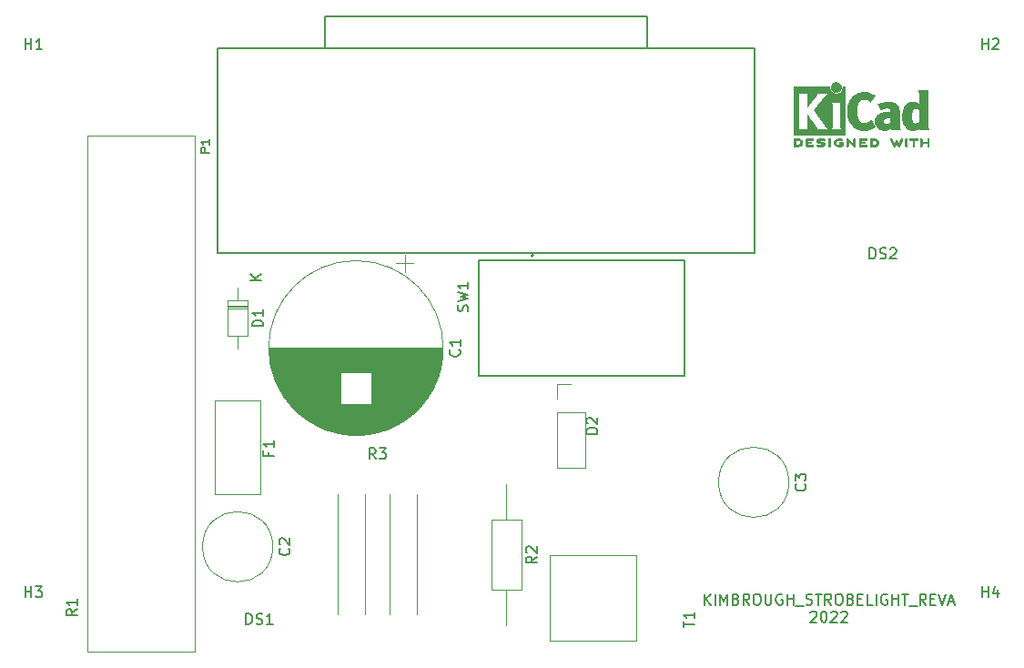
<source format=gbr>
%TF.GenerationSoftware,KiCad,Pcbnew,(6.0.5)*%
%TF.CreationDate,2022-07-10T15:42:58-07:00*%
%TF.ProjectId,BRD_strobelight,4252445f-7374-4726-9f62-656c69676874,rev?*%
%TF.SameCoordinates,Original*%
%TF.FileFunction,Legend,Top*%
%TF.FilePolarity,Positive*%
%FSLAX46Y46*%
G04 Gerber Fmt 4.6, Leading zero omitted, Abs format (unit mm)*
G04 Created by KiCad (PCBNEW (6.0.5)) date 2022-07-10 15:42:58*
%MOMM*%
%LPD*%
G01*
G04 APERTURE LIST*
%ADD10C,0.150000*%
%ADD11C,0.010000*%
%ADD12C,0.120000*%
%ADD13C,0.100000*%
%ADD14C,0.127000*%
%ADD15C,0.200000*%
G04 APERTURE END LIST*
D10*
X140404761Y-110647380D02*
X140404761Y-109647380D01*
X140976190Y-110647380D02*
X140547619Y-110075952D01*
X140976190Y-109647380D02*
X140404761Y-110218809D01*
X141404761Y-110647380D02*
X141404761Y-109647380D01*
X141880952Y-110647380D02*
X141880952Y-109647380D01*
X142214285Y-110361666D01*
X142547619Y-109647380D01*
X142547619Y-110647380D01*
X143357142Y-110123571D02*
X143500000Y-110171190D01*
X143547619Y-110218809D01*
X143595238Y-110314047D01*
X143595238Y-110456904D01*
X143547619Y-110552142D01*
X143500000Y-110599761D01*
X143404761Y-110647380D01*
X143023809Y-110647380D01*
X143023809Y-109647380D01*
X143357142Y-109647380D01*
X143452380Y-109695000D01*
X143500000Y-109742619D01*
X143547619Y-109837857D01*
X143547619Y-109933095D01*
X143500000Y-110028333D01*
X143452380Y-110075952D01*
X143357142Y-110123571D01*
X143023809Y-110123571D01*
X144595238Y-110647380D02*
X144261904Y-110171190D01*
X144023809Y-110647380D02*
X144023809Y-109647380D01*
X144404761Y-109647380D01*
X144500000Y-109695000D01*
X144547619Y-109742619D01*
X144595238Y-109837857D01*
X144595238Y-109980714D01*
X144547619Y-110075952D01*
X144500000Y-110123571D01*
X144404761Y-110171190D01*
X144023809Y-110171190D01*
X145214285Y-109647380D02*
X145404761Y-109647380D01*
X145500000Y-109695000D01*
X145595238Y-109790238D01*
X145642857Y-109980714D01*
X145642857Y-110314047D01*
X145595238Y-110504523D01*
X145500000Y-110599761D01*
X145404761Y-110647380D01*
X145214285Y-110647380D01*
X145119047Y-110599761D01*
X145023809Y-110504523D01*
X144976190Y-110314047D01*
X144976190Y-109980714D01*
X145023809Y-109790238D01*
X145119047Y-109695000D01*
X145214285Y-109647380D01*
X146071428Y-109647380D02*
X146071428Y-110456904D01*
X146119047Y-110552142D01*
X146166666Y-110599761D01*
X146261904Y-110647380D01*
X146452380Y-110647380D01*
X146547619Y-110599761D01*
X146595238Y-110552142D01*
X146642857Y-110456904D01*
X146642857Y-109647380D01*
X147642857Y-109695000D02*
X147547619Y-109647380D01*
X147404761Y-109647380D01*
X147261904Y-109695000D01*
X147166666Y-109790238D01*
X147119047Y-109885476D01*
X147071428Y-110075952D01*
X147071428Y-110218809D01*
X147119047Y-110409285D01*
X147166666Y-110504523D01*
X147261904Y-110599761D01*
X147404761Y-110647380D01*
X147500000Y-110647380D01*
X147642857Y-110599761D01*
X147690476Y-110552142D01*
X147690476Y-110218809D01*
X147500000Y-110218809D01*
X148119047Y-110647380D02*
X148119047Y-109647380D01*
X148119047Y-110123571D02*
X148690476Y-110123571D01*
X148690476Y-110647380D02*
X148690476Y-109647380D01*
X148928571Y-110742619D02*
X149690476Y-110742619D01*
X149880952Y-110599761D02*
X150023809Y-110647380D01*
X150261904Y-110647380D01*
X150357142Y-110599761D01*
X150404761Y-110552142D01*
X150452380Y-110456904D01*
X150452380Y-110361666D01*
X150404761Y-110266428D01*
X150357142Y-110218809D01*
X150261904Y-110171190D01*
X150071428Y-110123571D01*
X149976190Y-110075952D01*
X149928571Y-110028333D01*
X149880952Y-109933095D01*
X149880952Y-109837857D01*
X149928571Y-109742619D01*
X149976190Y-109695000D01*
X150071428Y-109647380D01*
X150309523Y-109647380D01*
X150452380Y-109695000D01*
X150738095Y-109647380D02*
X151309523Y-109647380D01*
X151023809Y-110647380D02*
X151023809Y-109647380D01*
X152214285Y-110647380D02*
X151880952Y-110171190D01*
X151642857Y-110647380D02*
X151642857Y-109647380D01*
X152023809Y-109647380D01*
X152119047Y-109695000D01*
X152166666Y-109742619D01*
X152214285Y-109837857D01*
X152214285Y-109980714D01*
X152166666Y-110075952D01*
X152119047Y-110123571D01*
X152023809Y-110171190D01*
X151642857Y-110171190D01*
X152833333Y-109647380D02*
X153023809Y-109647380D01*
X153119047Y-109695000D01*
X153214285Y-109790238D01*
X153261904Y-109980714D01*
X153261904Y-110314047D01*
X153214285Y-110504523D01*
X153119047Y-110599761D01*
X153023809Y-110647380D01*
X152833333Y-110647380D01*
X152738095Y-110599761D01*
X152642857Y-110504523D01*
X152595238Y-110314047D01*
X152595238Y-109980714D01*
X152642857Y-109790238D01*
X152738095Y-109695000D01*
X152833333Y-109647380D01*
X154023809Y-110123571D02*
X154166666Y-110171190D01*
X154214285Y-110218809D01*
X154261904Y-110314047D01*
X154261904Y-110456904D01*
X154214285Y-110552142D01*
X154166666Y-110599761D01*
X154071428Y-110647380D01*
X153690476Y-110647380D01*
X153690476Y-109647380D01*
X154023809Y-109647380D01*
X154119047Y-109695000D01*
X154166666Y-109742619D01*
X154214285Y-109837857D01*
X154214285Y-109933095D01*
X154166666Y-110028333D01*
X154119047Y-110075952D01*
X154023809Y-110123571D01*
X153690476Y-110123571D01*
X154690476Y-110123571D02*
X155023809Y-110123571D01*
X155166666Y-110647380D02*
X154690476Y-110647380D01*
X154690476Y-109647380D01*
X155166666Y-109647380D01*
X156071428Y-110647380D02*
X155595238Y-110647380D01*
X155595238Y-109647380D01*
X156404761Y-110647380D02*
X156404761Y-109647380D01*
X157404761Y-109695000D02*
X157309523Y-109647380D01*
X157166666Y-109647380D01*
X157023809Y-109695000D01*
X156928571Y-109790238D01*
X156880952Y-109885476D01*
X156833333Y-110075952D01*
X156833333Y-110218809D01*
X156880952Y-110409285D01*
X156928571Y-110504523D01*
X157023809Y-110599761D01*
X157166666Y-110647380D01*
X157261904Y-110647380D01*
X157404761Y-110599761D01*
X157452380Y-110552142D01*
X157452380Y-110218809D01*
X157261904Y-110218809D01*
X157880952Y-110647380D02*
X157880952Y-109647380D01*
X157880952Y-110123571D02*
X158452380Y-110123571D01*
X158452380Y-110647380D02*
X158452380Y-109647380D01*
X158785714Y-109647380D02*
X159357142Y-109647380D01*
X159071428Y-110647380D02*
X159071428Y-109647380D01*
X159452380Y-110742619D02*
X160214285Y-110742619D01*
X161023809Y-110647380D02*
X160690476Y-110171190D01*
X160452380Y-110647380D02*
X160452380Y-109647380D01*
X160833333Y-109647380D01*
X160928571Y-109695000D01*
X160976190Y-109742619D01*
X161023809Y-109837857D01*
X161023809Y-109980714D01*
X160976190Y-110075952D01*
X160928571Y-110123571D01*
X160833333Y-110171190D01*
X160452380Y-110171190D01*
X161452380Y-110123571D02*
X161785714Y-110123571D01*
X161928571Y-110647380D02*
X161452380Y-110647380D01*
X161452380Y-109647380D01*
X161928571Y-109647380D01*
X162214285Y-109647380D02*
X162547619Y-110647380D01*
X162880952Y-109647380D01*
X163166666Y-110361666D02*
X163642857Y-110361666D01*
X163071428Y-110647380D02*
X163404761Y-109647380D01*
X163738095Y-110647380D01*
X150285714Y-111352619D02*
X150333333Y-111305000D01*
X150428571Y-111257380D01*
X150666666Y-111257380D01*
X150761904Y-111305000D01*
X150809523Y-111352619D01*
X150857142Y-111447857D01*
X150857142Y-111543095D01*
X150809523Y-111685952D01*
X150238095Y-112257380D01*
X150857142Y-112257380D01*
X151476190Y-111257380D02*
X151571428Y-111257380D01*
X151666666Y-111305000D01*
X151714285Y-111352619D01*
X151761904Y-111447857D01*
X151809523Y-111638333D01*
X151809523Y-111876428D01*
X151761904Y-112066904D01*
X151714285Y-112162142D01*
X151666666Y-112209761D01*
X151571428Y-112257380D01*
X151476190Y-112257380D01*
X151380952Y-112209761D01*
X151333333Y-112162142D01*
X151285714Y-112066904D01*
X151238095Y-111876428D01*
X151238095Y-111638333D01*
X151285714Y-111447857D01*
X151333333Y-111352619D01*
X151380952Y-111305000D01*
X151476190Y-111257380D01*
X152190476Y-111352619D02*
X152238095Y-111305000D01*
X152333333Y-111257380D01*
X152571428Y-111257380D01*
X152666666Y-111305000D01*
X152714285Y-111352619D01*
X152761904Y-111447857D01*
X152761904Y-111543095D01*
X152714285Y-111685952D01*
X152142857Y-112257380D01*
X152761904Y-112257380D01*
X153142857Y-111352619D02*
X153190476Y-111305000D01*
X153285714Y-111257380D01*
X153523809Y-111257380D01*
X153619047Y-111305000D01*
X153666666Y-111352619D01*
X153714285Y-111447857D01*
X153714285Y-111543095D01*
X153666666Y-111685952D01*
X153095238Y-112257380D01*
X153714285Y-112257380D01*
%TO.C,F1*%
X99878571Y-96443333D02*
X99878571Y-96776666D01*
X100402380Y-96776666D02*
X99402380Y-96776666D01*
X99402380Y-96300476D01*
X100402380Y-95395714D02*
X100402380Y-95967142D01*
X100402380Y-95681428D02*
X99402380Y-95681428D01*
X99545238Y-95776666D01*
X99640476Y-95871904D01*
X99688095Y-95967142D01*
%TO.C,R1*%
X82052380Y-111066666D02*
X81576190Y-111400000D01*
X82052380Y-111638095D02*
X81052380Y-111638095D01*
X81052380Y-111257142D01*
X81100000Y-111161904D01*
X81147619Y-111114285D01*
X81242857Y-111066666D01*
X81385714Y-111066666D01*
X81480952Y-111114285D01*
X81528571Y-111161904D01*
X81576190Y-111257142D01*
X81576190Y-111638095D01*
X82052380Y-110114285D02*
X82052380Y-110685714D01*
X82052380Y-110400000D02*
X81052380Y-110400000D01*
X81195238Y-110495238D01*
X81290476Y-110590476D01*
X81338095Y-110685714D01*
%TO.C,DS1*%
X97785714Y-112452380D02*
X97785714Y-111452380D01*
X98023809Y-111452380D01*
X98166666Y-111500000D01*
X98261904Y-111595238D01*
X98309523Y-111690476D01*
X98357142Y-111880952D01*
X98357142Y-112023809D01*
X98309523Y-112214285D01*
X98261904Y-112309523D01*
X98166666Y-112404761D01*
X98023809Y-112452380D01*
X97785714Y-112452380D01*
X98738095Y-112404761D02*
X98880952Y-112452380D01*
X99119047Y-112452380D01*
X99214285Y-112404761D01*
X99261904Y-112357142D01*
X99309523Y-112261904D01*
X99309523Y-112166666D01*
X99261904Y-112071428D01*
X99214285Y-112023809D01*
X99119047Y-111976190D01*
X98928571Y-111928571D01*
X98833333Y-111880952D01*
X98785714Y-111833333D01*
X98738095Y-111738095D01*
X98738095Y-111642857D01*
X98785714Y-111547619D01*
X98833333Y-111500000D01*
X98928571Y-111452380D01*
X99166666Y-111452380D01*
X99309523Y-111500000D01*
X100261904Y-112452380D02*
X99690476Y-112452380D01*
X99976190Y-112452380D02*
X99976190Y-111452380D01*
X99880952Y-111595238D01*
X99785714Y-111690476D01*
X99690476Y-111738095D01*
%TO.C,C1*%
X117607142Y-86916666D02*
X117654761Y-86964285D01*
X117702380Y-87107142D01*
X117702380Y-87202380D01*
X117654761Y-87345238D01*
X117559523Y-87440476D01*
X117464285Y-87488095D01*
X117273809Y-87535714D01*
X117130952Y-87535714D01*
X116940476Y-87488095D01*
X116845238Y-87440476D01*
X116750000Y-87345238D01*
X116702380Y-87202380D01*
X116702380Y-87107142D01*
X116750000Y-86964285D01*
X116797619Y-86916666D01*
X117702380Y-85964285D02*
X117702380Y-86535714D01*
X117702380Y-86250000D02*
X116702380Y-86250000D01*
X116845238Y-86345238D01*
X116940476Y-86440476D01*
X116988095Y-86535714D01*
%TO.C,D2*%
X130452380Y-94738095D02*
X129452380Y-94738095D01*
X129452380Y-94500000D01*
X129500000Y-94357142D01*
X129595238Y-94261904D01*
X129690476Y-94214285D01*
X129880952Y-94166666D01*
X130023809Y-94166666D01*
X130214285Y-94214285D01*
X130309523Y-94261904D01*
X130404761Y-94357142D01*
X130452380Y-94500000D01*
X130452380Y-94738095D01*
X129547619Y-93785714D02*
X129500000Y-93738095D01*
X129452380Y-93642857D01*
X129452380Y-93404761D01*
X129500000Y-93309523D01*
X129547619Y-93261904D01*
X129642857Y-93214285D01*
X129738095Y-93214285D01*
X129880952Y-93261904D01*
X130452380Y-93833333D01*
X130452380Y-93214285D01*
%TO.C,H1*%
X77238095Y-58952380D02*
X77238095Y-57952380D01*
X77238095Y-58428571D02*
X77809523Y-58428571D01*
X77809523Y-58952380D02*
X77809523Y-57952380D01*
X78809523Y-58952380D02*
X78238095Y-58952380D01*
X78523809Y-58952380D02*
X78523809Y-57952380D01*
X78428571Y-58095238D01*
X78333333Y-58190476D01*
X78238095Y-58238095D01*
%TO.C,R2*%
X124822380Y-106166666D02*
X124346190Y-106500000D01*
X124822380Y-106738095D02*
X123822380Y-106738095D01*
X123822380Y-106357142D01*
X123870000Y-106261904D01*
X123917619Y-106214285D01*
X124012857Y-106166666D01*
X124155714Y-106166666D01*
X124250952Y-106214285D01*
X124298571Y-106261904D01*
X124346190Y-106357142D01*
X124346190Y-106738095D01*
X123917619Y-105785714D02*
X123870000Y-105738095D01*
X123822380Y-105642857D01*
X123822380Y-105404761D01*
X123870000Y-105309523D01*
X123917619Y-105261904D01*
X124012857Y-105214285D01*
X124108095Y-105214285D01*
X124250952Y-105261904D01*
X124822380Y-105833333D01*
X124822380Y-105214285D01*
%TO.C,H4*%
X166238095Y-109952380D02*
X166238095Y-108952380D01*
X166238095Y-109428571D02*
X166809523Y-109428571D01*
X166809523Y-109952380D02*
X166809523Y-108952380D01*
X167714285Y-109285714D02*
X167714285Y-109952380D01*
X167476190Y-108904761D02*
X167238095Y-109619047D01*
X167857142Y-109619047D01*
%TO.C,H2*%
X166238095Y-58952380D02*
X166238095Y-57952380D01*
X166238095Y-58428571D02*
X166809523Y-58428571D01*
X166809523Y-58952380D02*
X166809523Y-57952380D01*
X167238095Y-58047619D02*
X167285714Y-58000000D01*
X167380952Y-57952380D01*
X167619047Y-57952380D01*
X167714285Y-58000000D01*
X167761904Y-58047619D01*
X167809523Y-58142857D01*
X167809523Y-58238095D01*
X167761904Y-58380952D01*
X167190476Y-58952380D01*
X167809523Y-58952380D01*
%TO.C,H3*%
X77238095Y-109952380D02*
X77238095Y-108952380D01*
X77238095Y-109428571D02*
X77809523Y-109428571D01*
X77809523Y-109952380D02*
X77809523Y-108952380D01*
X78190476Y-108952380D02*
X78809523Y-108952380D01*
X78476190Y-109333333D01*
X78619047Y-109333333D01*
X78714285Y-109380952D01*
X78761904Y-109428571D01*
X78809523Y-109523809D01*
X78809523Y-109761904D01*
X78761904Y-109857142D01*
X78714285Y-109904761D01*
X78619047Y-109952380D01*
X78333333Y-109952380D01*
X78238095Y-109904761D01*
X78190476Y-109857142D01*
%TO.C,D1*%
X99372380Y-84733095D02*
X98372380Y-84733095D01*
X98372380Y-84495000D01*
X98420000Y-84352142D01*
X98515238Y-84256904D01*
X98610476Y-84209285D01*
X98800952Y-84161666D01*
X98943809Y-84161666D01*
X99134285Y-84209285D01*
X99229523Y-84256904D01*
X99324761Y-84352142D01*
X99372380Y-84495000D01*
X99372380Y-84733095D01*
X99372380Y-83209285D02*
X99372380Y-83780714D01*
X99372380Y-83495000D02*
X98372380Y-83495000D01*
X98515238Y-83590238D01*
X98610476Y-83685476D01*
X98658095Y-83780714D01*
X99202380Y-80446904D02*
X98202380Y-80446904D01*
X99202380Y-79875476D02*
X98630952Y-80304047D01*
X98202380Y-79875476D02*
X98773809Y-80446904D01*
%TO.C,P1*%
X94356205Y-68581177D02*
X93568803Y-68581177D01*
X93568803Y-68281215D01*
X93606299Y-68206224D01*
X93643794Y-68168729D01*
X93718785Y-68131233D01*
X93831271Y-68131233D01*
X93906261Y-68168729D01*
X93943757Y-68206224D01*
X93981252Y-68281215D01*
X93981252Y-68581177D01*
X94356205Y-67381327D02*
X94356205Y-67831271D01*
X94356205Y-67606299D02*
X93568803Y-67606299D01*
X93681289Y-67681289D01*
X93756280Y-67756280D01*
X93793775Y-67831271D01*
%TO.C,T1*%
X138452380Y-112761904D02*
X138452380Y-112190476D01*
X139452380Y-112476190D02*
X138452380Y-112476190D01*
X139452380Y-111333333D02*
X139452380Y-111904761D01*
X139452380Y-111619047D02*
X138452380Y-111619047D01*
X138595238Y-111714285D01*
X138690476Y-111809523D01*
X138738095Y-111904761D01*
%TO.C,C2*%
X101757142Y-105416666D02*
X101804761Y-105464285D01*
X101852380Y-105607142D01*
X101852380Y-105702380D01*
X101804761Y-105845238D01*
X101709523Y-105940476D01*
X101614285Y-105988095D01*
X101423809Y-106035714D01*
X101280952Y-106035714D01*
X101090476Y-105988095D01*
X100995238Y-105940476D01*
X100900000Y-105845238D01*
X100852380Y-105702380D01*
X100852380Y-105607142D01*
X100900000Y-105464285D01*
X100947619Y-105416666D01*
X100947619Y-105035714D02*
X100900000Y-104988095D01*
X100852380Y-104892857D01*
X100852380Y-104654761D01*
X100900000Y-104559523D01*
X100947619Y-104511904D01*
X101042857Y-104464285D01*
X101138095Y-104464285D01*
X101280952Y-104511904D01*
X101852380Y-105083333D01*
X101852380Y-104464285D01*
%TO.C,DS2*%
X155785714Y-78452380D02*
X155785714Y-77452380D01*
X156023809Y-77452380D01*
X156166666Y-77500000D01*
X156261904Y-77595238D01*
X156309523Y-77690476D01*
X156357142Y-77880952D01*
X156357142Y-78023809D01*
X156309523Y-78214285D01*
X156261904Y-78309523D01*
X156166666Y-78404761D01*
X156023809Y-78452380D01*
X155785714Y-78452380D01*
X156738095Y-78404761D02*
X156880952Y-78452380D01*
X157119047Y-78452380D01*
X157214285Y-78404761D01*
X157261904Y-78357142D01*
X157309523Y-78261904D01*
X157309523Y-78166666D01*
X157261904Y-78071428D01*
X157214285Y-78023809D01*
X157119047Y-77976190D01*
X156928571Y-77928571D01*
X156833333Y-77880952D01*
X156785714Y-77833333D01*
X156738095Y-77738095D01*
X156738095Y-77642857D01*
X156785714Y-77547619D01*
X156833333Y-77500000D01*
X156928571Y-77452380D01*
X157166666Y-77452380D01*
X157309523Y-77500000D01*
X157690476Y-77547619D02*
X157738095Y-77500000D01*
X157833333Y-77452380D01*
X158071428Y-77452380D01*
X158166666Y-77500000D01*
X158214285Y-77547619D01*
X158261904Y-77642857D01*
X158261904Y-77738095D01*
X158214285Y-77880952D01*
X157642857Y-78452380D01*
X158261904Y-78452380D01*
%TO.C,C3*%
X149757142Y-99416666D02*
X149804761Y-99464285D01*
X149852380Y-99607142D01*
X149852380Y-99702380D01*
X149804761Y-99845238D01*
X149709523Y-99940476D01*
X149614285Y-99988095D01*
X149423809Y-100035714D01*
X149280952Y-100035714D01*
X149090476Y-99988095D01*
X148995238Y-99940476D01*
X148900000Y-99845238D01*
X148852380Y-99702380D01*
X148852380Y-99607142D01*
X148900000Y-99464285D01*
X148947619Y-99416666D01*
X148852380Y-99083333D02*
X148852380Y-98464285D01*
X149233333Y-98797619D01*
X149233333Y-98654761D01*
X149280952Y-98559523D01*
X149328571Y-98511904D01*
X149423809Y-98464285D01*
X149661904Y-98464285D01*
X149757142Y-98511904D01*
X149804761Y-98559523D01*
X149852380Y-98654761D01*
X149852380Y-98940476D01*
X149804761Y-99035714D01*
X149757142Y-99083333D01*
%TO.C,SW1*%
X118404761Y-83333333D02*
X118452380Y-83190476D01*
X118452380Y-82952380D01*
X118404761Y-82857142D01*
X118357142Y-82809523D01*
X118261904Y-82761904D01*
X118166666Y-82761904D01*
X118071428Y-82809523D01*
X118023809Y-82857142D01*
X117976190Y-82952380D01*
X117928571Y-83142857D01*
X117880952Y-83238095D01*
X117833333Y-83285714D01*
X117738095Y-83333333D01*
X117642857Y-83333333D01*
X117547619Y-83285714D01*
X117500000Y-83238095D01*
X117452380Y-83142857D01*
X117452380Y-82904761D01*
X117500000Y-82761904D01*
X117452380Y-82428571D02*
X118452380Y-82190476D01*
X117738095Y-82000000D01*
X118452380Y-81809523D01*
X117452380Y-81571428D01*
X118452380Y-80666666D02*
X118452380Y-81238095D01*
X118452380Y-80952380D02*
X117452380Y-80952380D01*
X117595238Y-81047619D01*
X117690476Y-81142857D01*
X117738095Y-81238095D01*
%TO.C,R3*%
X109833333Y-97077380D02*
X109500000Y-96601190D01*
X109261904Y-97077380D02*
X109261904Y-96077380D01*
X109642857Y-96077380D01*
X109738095Y-96125000D01*
X109785714Y-96172619D01*
X109833333Y-96267857D01*
X109833333Y-96410714D01*
X109785714Y-96505952D01*
X109738095Y-96553571D01*
X109642857Y-96601190D01*
X109261904Y-96601190D01*
X110166666Y-96077380D02*
X110785714Y-96077380D01*
X110452380Y-96458333D01*
X110595238Y-96458333D01*
X110690476Y-96505952D01*
X110738095Y-96553571D01*
X110785714Y-96648809D01*
X110785714Y-96886904D01*
X110738095Y-96982142D01*
X110690476Y-97029761D01*
X110595238Y-97077380D01*
X110309523Y-97077380D01*
X110214285Y-97029761D01*
X110166666Y-96982142D01*
%TO.C,REF\u002A\u002A*%
G36*
X158744665Y-67271034D02*
G01*
X158764255Y-67278035D01*
X158765010Y-67278377D01*
X158791613Y-67298678D01*
X158806270Y-67319561D01*
X158809138Y-67329352D01*
X158808996Y-67342361D01*
X158804961Y-67360895D01*
X158796146Y-67387257D01*
X158781669Y-67423752D01*
X158760645Y-67472687D01*
X158732188Y-67536365D01*
X158695415Y-67617093D01*
X158675175Y-67661216D01*
X158638625Y-67739985D01*
X158604315Y-67812423D01*
X158573552Y-67875880D01*
X158547648Y-67927708D01*
X158527910Y-67965259D01*
X158515650Y-67985884D01*
X158513224Y-67988733D01*
X158482183Y-68001302D01*
X158447121Y-67999619D01*
X158419000Y-67984332D01*
X158417854Y-67983089D01*
X158406668Y-67966154D01*
X158387904Y-67933170D01*
X158363875Y-67888380D01*
X158336897Y-67836032D01*
X158327201Y-67816742D01*
X158254014Y-67670150D01*
X158174240Y-67829393D01*
X158145767Y-67884415D01*
X158119350Y-67932132D01*
X158097148Y-67968893D01*
X158081319Y-67991044D01*
X158075954Y-67995741D01*
X158034257Y-68002102D01*
X157999849Y-67988733D01*
X157989728Y-67974446D01*
X157972214Y-67942692D01*
X157948735Y-67896597D01*
X157920720Y-67839285D01*
X157889599Y-67773880D01*
X157856799Y-67703507D01*
X157823750Y-67631291D01*
X157791881Y-67560355D01*
X157762619Y-67493825D01*
X157737395Y-67434826D01*
X157717636Y-67386481D01*
X157704772Y-67351915D01*
X157700231Y-67334253D01*
X157700277Y-67333613D01*
X157711326Y-67311388D01*
X157733410Y-67288753D01*
X157734710Y-67287768D01*
X157761853Y-67272425D01*
X157786958Y-67272574D01*
X157796368Y-67275466D01*
X157807834Y-67281718D01*
X157820010Y-67294014D01*
X157834357Y-67314908D01*
X157852336Y-67346949D01*
X157875407Y-67392688D01*
X157905030Y-67454677D01*
X157931745Y-67511898D01*
X157962480Y-67578226D01*
X157990021Y-67637874D01*
X158012938Y-67687725D01*
X158029798Y-67724664D01*
X158039173Y-67745573D01*
X158040540Y-67748845D01*
X158046689Y-67743497D01*
X158060822Y-67721109D01*
X158081057Y-67684946D01*
X158105515Y-67638277D01*
X158115248Y-67619022D01*
X158148217Y-67554004D01*
X158173643Y-67506654D01*
X158193612Y-67474219D01*
X158210210Y-67453946D01*
X158225524Y-67443082D01*
X158241640Y-67438875D01*
X158252143Y-67438400D01*
X158270670Y-67440042D01*
X158286904Y-67446831D01*
X158303035Y-67461566D01*
X158321251Y-67487044D01*
X158343739Y-67526061D01*
X158372689Y-67581414D01*
X158388662Y-67612903D01*
X158414570Y-67663087D01*
X158437167Y-67704704D01*
X158454458Y-67734242D01*
X158464450Y-67748189D01*
X158465809Y-67748770D01*
X158472261Y-67737793D01*
X158486708Y-67709290D01*
X158507703Y-67666244D01*
X158533797Y-67611638D01*
X158563546Y-67548454D01*
X158578180Y-67517071D01*
X158616250Y-67436078D01*
X158646905Y-67373756D01*
X158671737Y-67328071D01*
X158692337Y-67296989D01*
X158710298Y-67278478D01*
X158727210Y-67270504D01*
X158744665Y-67271034D01*
G37*
D11*
X158744665Y-67271034D02*
X158764255Y-67278035D01*
X158765010Y-67278377D01*
X158791613Y-67298678D01*
X158806270Y-67319561D01*
X158809138Y-67329352D01*
X158808996Y-67342361D01*
X158804961Y-67360895D01*
X158796146Y-67387257D01*
X158781669Y-67423752D01*
X158760645Y-67472687D01*
X158732188Y-67536365D01*
X158695415Y-67617093D01*
X158675175Y-67661216D01*
X158638625Y-67739985D01*
X158604315Y-67812423D01*
X158573552Y-67875880D01*
X158547648Y-67927708D01*
X158527910Y-67965259D01*
X158515650Y-67985884D01*
X158513224Y-67988733D01*
X158482183Y-68001302D01*
X158447121Y-67999619D01*
X158419000Y-67984332D01*
X158417854Y-67983089D01*
X158406668Y-67966154D01*
X158387904Y-67933170D01*
X158363875Y-67888380D01*
X158336897Y-67836032D01*
X158327201Y-67816742D01*
X158254014Y-67670150D01*
X158174240Y-67829393D01*
X158145767Y-67884415D01*
X158119350Y-67932132D01*
X158097148Y-67968893D01*
X158081319Y-67991044D01*
X158075954Y-67995741D01*
X158034257Y-68002102D01*
X157999849Y-67988733D01*
X157989728Y-67974446D01*
X157972214Y-67942692D01*
X157948735Y-67896597D01*
X157920720Y-67839285D01*
X157889599Y-67773880D01*
X157856799Y-67703507D01*
X157823750Y-67631291D01*
X157791881Y-67560355D01*
X157762619Y-67493825D01*
X157737395Y-67434826D01*
X157717636Y-67386481D01*
X157704772Y-67351915D01*
X157700231Y-67334253D01*
X157700277Y-67333613D01*
X157711326Y-67311388D01*
X157733410Y-67288753D01*
X157734710Y-67287768D01*
X157761853Y-67272425D01*
X157786958Y-67272574D01*
X157796368Y-67275466D01*
X157807834Y-67281718D01*
X157820010Y-67294014D01*
X157834357Y-67314908D01*
X157852336Y-67346949D01*
X157875407Y-67392688D01*
X157905030Y-67454677D01*
X157931745Y-67511898D01*
X157962480Y-67578226D01*
X157990021Y-67637874D01*
X158012938Y-67687725D01*
X158029798Y-67724664D01*
X158039173Y-67745573D01*
X158040540Y-67748845D01*
X158046689Y-67743497D01*
X158060822Y-67721109D01*
X158081057Y-67684946D01*
X158105515Y-67638277D01*
X158115248Y-67619022D01*
X158148217Y-67554004D01*
X158173643Y-67506654D01*
X158193612Y-67474219D01*
X158210210Y-67453946D01*
X158225524Y-67443082D01*
X158241640Y-67438875D01*
X158252143Y-67438400D01*
X158270670Y-67440042D01*
X158286904Y-67446831D01*
X158303035Y-67461566D01*
X158321251Y-67487044D01*
X158343739Y-67526061D01*
X158372689Y-67581414D01*
X158388662Y-67612903D01*
X158414570Y-67663087D01*
X158437167Y-67704704D01*
X158454458Y-67734242D01*
X158464450Y-67748189D01*
X158465809Y-67748770D01*
X158472261Y-67737793D01*
X158486708Y-67709290D01*
X158507703Y-67666244D01*
X158533797Y-67611638D01*
X158563546Y-67548454D01*
X158578180Y-67517071D01*
X158616250Y-67436078D01*
X158646905Y-67373756D01*
X158671737Y-67328071D01*
X158692337Y-67296989D01*
X158710298Y-67278478D01*
X158727210Y-67270504D01*
X158744665Y-67271034D01*
G36*
X153049919Y-67274599D02*
G01*
X153118435Y-67286095D01*
X153171057Y-67303967D01*
X153205292Y-67327499D01*
X153214621Y-67340924D01*
X153224107Y-67372148D01*
X153217723Y-67400395D01*
X153197570Y-67427182D01*
X153166255Y-67439713D01*
X153120817Y-67438696D01*
X153085674Y-67431906D01*
X153007581Y-67418971D01*
X152927774Y-67417742D01*
X152838445Y-67428241D01*
X152813771Y-67432690D01*
X152730709Y-67456108D01*
X152665727Y-67490945D01*
X152619539Y-67536604D01*
X152592855Y-67592494D01*
X152587337Y-67621388D01*
X152590949Y-67680012D01*
X152614271Y-67731879D01*
X152655176Y-67775978D01*
X152711541Y-67811299D01*
X152781240Y-67836829D01*
X152862148Y-67851559D01*
X152952140Y-67854478D01*
X153049090Y-67844575D01*
X153054564Y-67843641D01*
X153093125Y-67836459D01*
X153114506Y-67829521D01*
X153123773Y-67819227D01*
X153125994Y-67801976D01*
X153126044Y-67792841D01*
X153126044Y-67754489D01*
X153057569Y-67754489D01*
X152997100Y-67750347D01*
X152955835Y-67737147D01*
X152931825Y-67713730D01*
X152923123Y-67678936D01*
X152923017Y-67674394D01*
X152928108Y-67644654D01*
X152945567Y-67623419D01*
X152978061Y-67609366D01*
X153028257Y-67601173D01*
X153076877Y-67598161D01*
X153147544Y-67596433D01*
X153198802Y-67599070D01*
X153233761Y-67608800D01*
X153255530Y-67628353D01*
X153267220Y-67660456D01*
X153271940Y-67707838D01*
X153272800Y-67770071D01*
X153271391Y-67839535D01*
X153267152Y-67886786D01*
X153260064Y-67912012D01*
X153258689Y-67913988D01*
X153219772Y-67945508D01*
X153162714Y-67970470D01*
X153091131Y-67988340D01*
X153008642Y-67998586D01*
X152918861Y-68000673D01*
X152825408Y-67994068D01*
X152770444Y-67985956D01*
X152684234Y-67961554D01*
X152604108Y-67921662D01*
X152537023Y-67869887D01*
X152526827Y-67859539D01*
X152493698Y-67816035D01*
X152463806Y-67762118D01*
X152440643Y-67705592D01*
X152427702Y-67654259D01*
X152426142Y-67634544D01*
X152432782Y-67593419D01*
X152450432Y-67542252D01*
X152475703Y-67488394D01*
X152505211Y-67439195D01*
X152531281Y-67406334D01*
X152592235Y-67357452D01*
X152671031Y-67318545D01*
X152764843Y-67290494D01*
X152870850Y-67274179D01*
X152968000Y-67270192D01*
X153049919Y-67274599D01*
G37*
X153049919Y-67274599D02*
X153118435Y-67286095D01*
X153171057Y-67303967D01*
X153205292Y-67327499D01*
X153214621Y-67340924D01*
X153224107Y-67372148D01*
X153217723Y-67400395D01*
X153197570Y-67427182D01*
X153166255Y-67439713D01*
X153120817Y-67438696D01*
X153085674Y-67431906D01*
X153007581Y-67418971D01*
X152927774Y-67417742D01*
X152838445Y-67428241D01*
X152813771Y-67432690D01*
X152730709Y-67456108D01*
X152665727Y-67490945D01*
X152619539Y-67536604D01*
X152592855Y-67592494D01*
X152587337Y-67621388D01*
X152590949Y-67680012D01*
X152614271Y-67731879D01*
X152655176Y-67775978D01*
X152711541Y-67811299D01*
X152781240Y-67836829D01*
X152862148Y-67851559D01*
X152952140Y-67854478D01*
X153049090Y-67844575D01*
X153054564Y-67843641D01*
X153093125Y-67836459D01*
X153114506Y-67829521D01*
X153123773Y-67819227D01*
X153125994Y-67801976D01*
X153126044Y-67792841D01*
X153126044Y-67754489D01*
X153057569Y-67754489D01*
X152997100Y-67750347D01*
X152955835Y-67737147D01*
X152931825Y-67713730D01*
X152923123Y-67678936D01*
X152923017Y-67674394D01*
X152928108Y-67644654D01*
X152945567Y-67623419D01*
X152978061Y-67609366D01*
X153028257Y-67601173D01*
X153076877Y-67598161D01*
X153147544Y-67596433D01*
X153198802Y-67599070D01*
X153233761Y-67608800D01*
X153255530Y-67628353D01*
X153267220Y-67660456D01*
X153271940Y-67707838D01*
X153272800Y-67770071D01*
X153271391Y-67839535D01*
X153267152Y-67886786D01*
X153260064Y-67912012D01*
X153258689Y-67913988D01*
X153219772Y-67945508D01*
X153162714Y-67970470D01*
X153091131Y-67988340D01*
X153008642Y-67998586D01*
X152918861Y-68000673D01*
X152825408Y-67994068D01*
X152770444Y-67985956D01*
X152684234Y-67961554D01*
X152604108Y-67921662D01*
X152537023Y-67869887D01*
X152526827Y-67859539D01*
X152493698Y-67816035D01*
X152463806Y-67762118D01*
X152440643Y-67705592D01*
X152427702Y-67654259D01*
X152426142Y-67634544D01*
X152432782Y-67593419D01*
X152450432Y-67542252D01*
X152475703Y-67488394D01*
X152505211Y-67439195D01*
X152531281Y-67406334D01*
X152592235Y-67357452D01*
X152671031Y-67318545D01*
X152764843Y-67290494D01*
X152870850Y-67274179D01*
X152968000Y-67270192D01*
X153049919Y-67274599D01*
G36*
X156282522Y-65470812D02*
G01*
X156298768Y-65399590D01*
X156324405Y-65328864D01*
X156348401Y-65276493D01*
X156407020Y-65181196D01*
X156485117Y-65093170D01*
X156580315Y-65014017D01*
X156690238Y-64945340D01*
X156812510Y-64888741D01*
X156944755Y-64845821D01*
X157009422Y-64830882D01*
X157145604Y-64808777D01*
X157294049Y-64794194D01*
X157445505Y-64787813D01*
X157572064Y-64789445D01*
X157733950Y-64796224D01*
X157726530Y-64737245D01*
X157707238Y-64638092D01*
X157676104Y-64557372D01*
X157632269Y-64494466D01*
X157574871Y-64448756D01*
X157503048Y-64419622D01*
X157415941Y-64406447D01*
X157312686Y-64408611D01*
X157274711Y-64412612D01*
X157133520Y-64437780D01*
X156996707Y-64478814D01*
X156902178Y-64516815D01*
X156857018Y-64536190D01*
X156818585Y-64551760D01*
X156792234Y-64561405D01*
X156784546Y-64563452D01*
X156774802Y-64554374D01*
X156758083Y-64525405D01*
X156734232Y-64476217D01*
X156703093Y-64406484D01*
X156664507Y-64315879D01*
X156657910Y-64300089D01*
X156627853Y-64227772D01*
X156600874Y-64162425D01*
X156578136Y-64106906D01*
X156560806Y-64064072D01*
X156550048Y-64036781D01*
X156546941Y-64027942D01*
X156556940Y-64023187D01*
X156583217Y-64017910D01*
X156611489Y-64014231D01*
X156641646Y-64009474D01*
X156689433Y-64000028D01*
X156750612Y-63986820D01*
X156820946Y-63970776D01*
X156896194Y-63952820D01*
X156924755Y-63945797D01*
X157029816Y-63920209D01*
X157117480Y-63900147D01*
X157192068Y-63884969D01*
X157257903Y-63874035D01*
X157319307Y-63866704D01*
X157380602Y-63862335D01*
X157446110Y-63860287D01*
X157504128Y-63859889D01*
X157673574Y-63866552D01*
X157825492Y-63886567D01*
X157960756Y-63920202D01*
X158080239Y-63967725D01*
X158184815Y-64029405D01*
X158262424Y-64092965D01*
X158331265Y-64167099D01*
X158385006Y-64246871D01*
X158427910Y-64339091D01*
X158443384Y-64382161D01*
X158456244Y-64421142D01*
X158467446Y-64457289D01*
X158477120Y-64492434D01*
X158485396Y-64528410D01*
X158492403Y-64567050D01*
X158498272Y-64610185D01*
X158503131Y-64659649D01*
X158507110Y-64717273D01*
X158510340Y-64784891D01*
X158512949Y-64864334D01*
X158515067Y-64957436D01*
X158516824Y-65066027D01*
X158518349Y-65191942D01*
X158519772Y-65337012D01*
X158521025Y-65479778D01*
X158522351Y-65635968D01*
X158523556Y-65771239D01*
X158524766Y-65887246D01*
X158526106Y-65985645D01*
X158527700Y-66068093D01*
X158529675Y-66136246D01*
X158532156Y-66191760D01*
X158535269Y-66236292D01*
X158539138Y-66271498D01*
X158543889Y-66299034D01*
X158549648Y-66320556D01*
X158556539Y-66337722D01*
X158564689Y-66352186D01*
X158574223Y-66365606D01*
X158585266Y-66379638D01*
X158589566Y-66385071D01*
X158605386Y-66407910D01*
X158612422Y-66423463D01*
X158612444Y-66423922D01*
X158601567Y-66426121D01*
X158570582Y-66428147D01*
X158521957Y-66429942D01*
X158458163Y-66431451D01*
X158381669Y-66432616D01*
X158294944Y-66433380D01*
X158200457Y-66433686D01*
X158189550Y-66433689D01*
X157766657Y-66433689D01*
X157763395Y-66337622D01*
X157760133Y-66241556D01*
X157698044Y-66292543D01*
X157600714Y-66360057D01*
X157490813Y-66414749D01*
X157404349Y-66444978D01*
X157335278Y-66459666D01*
X157251925Y-66469659D01*
X157162159Y-66474646D01*
X157073845Y-66474313D01*
X156994851Y-66468351D01*
X156958622Y-66462638D01*
X156818603Y-66424776D01*
X156692178Y-66369932D01*
X156580260Y-66298924D01*
X156483762Y-66212568D01*
X156403600Y-66111679D01*
X156340687Y-65997076D01*
X156296312Y-65870984D01*
X156283978Y-65814401D01*
X156276368Y-65752202D01*
X156272739Y-65677363D01*
X156272245Y-65643467D01*
X156272310Y-65640282D01*
X157032248Y-65640282D01*
X157041541Y-65715333D01*
X157069728Y-65779160D01*
X157118197Y-65834798D01*
X157123254Y-65839211D01*
X157171548Y-65874037D01*
X157223257Y-65896620D01*
X157283989Y-65908540D01*
X157359352Y-65911383D01*
X157377459Y-65910978D01*
X157431278Y-65908325D01*
X157471308Y-65902909D01*
X157506324Y-65892745D01*
X157545103Y-65875850D01*
X157555745Y-65870672D01*
X157616396Y-65834844D01*
X157663215Y-65792212D01*
X157675952Y-65776973D01*
X157720622Y-65720462D01*
X157720622Y-65524586D01*
X157720086Y-65445939D01*
X157718396Y-65387988D01*
X157715428Y-65348875D01*
X157711057Y-65326741D01*
X157706972Y-65320274D01*
X157691047Y-65317111D01*
X157657264Y-65314488D01*
X157610340Y-65312655D01*
X157554993Y-65311857D01*
X157546106Y-65311842D01*
X157425330Y-65317096D01*
X157322660Y-65333263D01*
X157236106Y-65360961D01*
X157163681Y-65400808D01*
X157108751Y-65447758D01*
X157064204Y-65505645D01*
X157039480Y-65568693D01*
X157032248Y-65640282D01*
X156272310Y-65640282D01*
X156274178Y-65549712D01*
X156282522Y-65470812D01*
G37*
X156282522Y-65470812D02*
X156298768Y-65399590D01*
X156324405Y-65328864D01*
X156348401Y-65276493D01*
X156407020Y-65181196D01*
X156485117Y-65093170D01*
X156580315Y-65014017D01*
X156690238Y-64945340D01*
X156812510Y-64888741D01*
X156944755Y-64845821D01*
X157009422Y-64830882D01*
X157145604Y-64808777D01*
X157294049Y-64794194D01*
X157445505Y-64787813D01*
X157572064Y-64789445D01*
X157733950Y-64796224D01*
X157726530Y-64737245D01*
X157707238Y-64638092D01*
X157676104Y-64557372D01*
X157632269Y-64494466D01*
X157574871Y-64448756D01*
X157503048Y-64419622D01*
X157415941Y-64406447D01*
X157312686Y-64408611D01*
X157274711Y-64412612D01*
X157133520Y-64437780D01*
X156996707Y-64478814D01*
X156902178Y-64516815D01*
X156857018Y-64536190D01*
X156818585Y-64551760D01*
X156792234Y-64561405D01*
X156784546Y-64563452D01*
X156774802Y-64554374D01*
X156758083Y-64525405D01*
X156734232Y-64476217D01*
X156703093Y-64406484D01*
X156664507Y-64315879D01*
X156657910Y-64300089D01*
X156627853Y-64227772D01*
X156600874Y-64162425D01*
X156578136Y-64106906D01*
X156560806Y-64064072D01*
X156550048Y-64036781D01*
X156546941Y-64027942D01*
X156556940Y-64023187D01*
X156583217Y-64017910D01*
X156611489Y-64014231D01*
X156641646Y-64009474D01*
X156689433Y-64000028D01*
X156750612Y-63986820D01*
X156820946Y-63970776D01*
X156896194Y-63952820D01*
X156924755Y-63945797D01*
X157029816Y-63920209D01*
X157117480Y-63900147D01*
X157192068Y-63884969D01*
X157257903Y-63874035D01*
X157319307Y-63866704D01*
X157380602Y-63862335D01*
X157446110Y-63860287D01*
X157504128Y-63859889D01*
X157673574Y-63866552D01*
X157825492Y-63886567D01*
X157960756Y-63920202D01*
X158080239Y-63967725D01*
X158184815Y-64029405D01*
X158262424Y-64092965D01*
X158331265Y-64167099D01*
X158385006Y-64246871D01*
X158427910Y-64339091D01*
X158443384Y-64382161D01*
X158456244Y-64421142D01*
X158467446Y-64457289D01*
X158477120Y-64492434D01*
X158485396Y-64528410D01*
X158492403Y-64567050D01*
X158498272Y-64610185D01*
X158503131Y-64659649D01*
X158507110Y-64717273D01*
X158510340Y-64784891D01*
X158512949Y-64864334D01*
X158515067Y-64957436D01*
X158516824Y-65066027D01*
X158518349Y-65191942D01*
X158519772Y-65337012D01*
X158521025Y-65479778D01*
X158522351Y-65635968D01*
X158523556Y-65771239D01*
X158524766Y-65887246D01*
X158526106Y-65985645D01*
X158527700Y-66068093D01*
X158529675Y-66136246D01*
X158532156Y-66191760D01*
X158535269Y-66236292D01*
X158539138Y-66271498D01*
X158543889Y-66299034D01*
X158549648Y-66320556D01*
X158556539Y-66337722D01*
X158564689Y-66352186D01*
X158574223Y-66365606D01*
X158585266Y-66379638D01*
X158589566Y-66385071D01*
X158605386Y-66407910D01*
X158612422Y-66423463D01*
X158612444Y-66423922D01*
X158601567Y-66426121D01*
X158570582Y-66428147D01*
X158521957Y-66429942D01*
X158458163Y-66431451D01*
X158381669Y-66432616D01*
X158294944Y-66433380D01*
X158200457Y-66433686D01*
X158189550Y-66433689D01*
X157766657Y-66433689D01*
X157763395Y-66337622D01*
X157760133Y-66241556D01*
X157698044Y-66292543D01*
X157600714Y-66360057D01*
X157490813Y-66414749D01*
X157404349Y-66444978D01*
X157335278Y-66459666D01*
X157251925Y-66469659D01*
X157162159Y-66474646D01*
X157073845Y-66474313D01*
X156994851Y-66468351D01*
X156958622Y-66462638D01*
X156818603Y-66424776D01*
X156692178Y-66369932D01*
X156580260Y-66298924D01*
X156483762Y-66212568D01*
X156403600Y-66111679D01*
X156340687Y-65997076D01*
X156296312Y-65870984D01*
X156283978Y-65814401D01*
X156276368Y-65752202D01*
X156272739Y-65677363D01*
X156272245Y-65643467D01*
X156272310Y-65640282D01*
X157032248Y-65640282D01*
X157041541Y-65715333D01*
X157069728Y-65779160D01*
X157118197Y-65834798D01*
X157123254Y-65839211D01*
X157171548Y-65874037D01*
X157223257Y-65896620D01*
X157283989Y-65908540D01*
X157359352Y-65911383D01*
X157377459Y-65910978D01*
X157431278Y-65908325D01*
X157471308Y-65902909D01*
X157506324Y-65892745D01*
X157545103Y-65875850D01*
X157555745Y-65870672D01*
X157616396Y-65834844D01*
X157663215Y-65792212D01*
X157675952Y-65776973D01*
X157720622Y-65720462D01*
X157720622Y-65524586D01*
X157720086Y-65445939D01*
X157718396Y-65387988D01*
X157715428Y-65348875D01*
X157711057Y-65326741D01*
X157706972Y-65320274D01*
X157691047Y-65317111D01*
X157657264Y-65314488D01*
X157610340Y-65312655D01*
X157554993Y-65311857D01*
X157546106Y-65311842D01*
X157425330Y-65317096D01*
X157322660Y-65333263D01*
X157236106Y-65360961D01*
X157163681Y-65400808D01*
X157108751Y-65447758D01*
X157064204Y-65505645D01*
X157039480Y-65568693D01*
X157032248Y-65640282D01*
X156272310Y-65640282D01*
X156274178Y-65549712D01*
X156282522Y-65470812D01*
G36*
X161228823Y-67274533D02*
G01*
X161260202Y-67296776D01*
X161287911Y-67324485D01*
X161287911Y-67633920D01*
X161287838Y-67725799D01*
X161287495Y-67797840D01*
X161286692Y-67852780D01*
X161285241Y-67893360D01*
X161282952Y-67922317D01*
X161279636Y-67942391D01*
X161275105Y-67956321D01*
X161269169Y-67966845D01*
X161264514Y-67973100D01*
X161233783Y-67997673D01*
X161198496Y-68000341D01*
X161166245Y-67985271D01*
X161155588Y-67976374D01*
X161148464Y-67964557D01*
X161144167Y-67945526D01*
X161141991Y-67914992D01*
X161141228Y-67868662D01*
X161141155Y-67832871D01*
X161141155Y-67698045D01*
X160644444Y-67698045D01*
X160644444Y-67820700D01*
X160643931Y-67876787D01*
X160641876Y-67915333D01*
X160637508Y-67941361D01*
X160630056Y-67959897D01*
X160621047Y-67973100D01*
X160590144Y-67997604D01*
X160555196Y-68000506D01*
X160521738Y-67983089D01*
X160512604Y-67973959D01*
X160506152Y-67961855D01*
X160501897Y-67943001D01*
X160499352Y-67913620D01*
X160498029Y-67869937D01*
X160497443Y-67808175D01*
X160497375Y-67794000D01*
X160496891Y-67677631D01*
X160496641Y-67581727D01*
X160496723Y-67504177D01*
X160497231Y-67442869D01*
X160498262Y-67395690D01*
X160499913Y-67360530D01*
X160502279Y-67335276D01*
X160505457Y-67317817D01*
X160509544Y-67306041D01*
X160514634Y-67297835D01*
X160520266Y-67291645D01*
X160552128Y-67271844D01*
X160585357Y-67274533D01*
X160616735Y-67296776D01*
X160629433Y-67311126D01*
X160637526Y-67326978D01*
X160642042Y-67349554D01*
X160644006Y-67384078D01*
X160644444Y-67435776D01*
X160644444Y-67551289D01*
X161141155Y-67551289D01*
X161141155Y-67432756D01*
X161141662Y-67378148D01*
X161143698Y-67341275D01*
X161148035Y-67317307D01*
X161155447Y-67301415D01*
X161163733Y-67291645D01*
X161195594Y-67271844D01*
X161228823Y-67274533D01*
G37*
X161228823Y-67274533D02*
X161260202Y-67296776D01*
X161287911Y-67324485D01*
X161287911Y-67633920D01*
X161287838Y-67725799D01*
X161287495Y-67797840D01*
X161286692Y-67852780D01*
X161285241Y-67893360D01*
X161282952Y-67922317D01*
X161279636Y-67942391D01*
X161275105Y-67956321D01*
X161269169Y-67966845D01*
X161264514Y-67973100D01*
X161233783Y-67997673D01*
X161198496Y-68000341D01*
X161166245Y-67985271D01*
X161155588Y-67976374D01*
X161148464Y-67964557D01*
X161144167Y-67945526D01*
X161141991Y-67914992D01*
X161141228Y-67868662D01*
X161141155Y-67832871D01*
X161141155Y-67698045D01*
X160644444Y-67698045D01*
X160644444Y-67820700D01*
X160643931Y-67876787D01*
X160641876Y-67915333D01*
X160637508Y-67941361D01*
X160630056Y-67959897D01*
X160621047Y-67973100D01*
X160590144Y-67997604D01*
X160555196Y-68000506D01*
X160521738Y-67983089D01*
X160512604Y-67973959D01*
X160506152Y-67961855D01*
X160501897Y-67943001D01*
X160499352Y-67913620D01*
X160498029Y-67869937D01*
X160497443Y-67808175D01*
X160497375Y-67794000D01*
X160496891Y-67677631D01*
X160496641Y-67581727D01*
X160496723Y-67504177D01*
X160497231Y-67442869D01*
X160498262Y-67395690D01*
X160499913Y-67360530D01*
X160502279Y-67335276D01*
X160505457Y-67317817D01*
X160509544Y-67306041D01*
X160514634Y-67297835D01*
X160520266Y-67291645D01*
X160552128Y-67271844D01*
X160585357Y-67274533D01*
X160616735Y-67296776D01*
X160629433Y-67311126D01*
X160637526Y-67326978D01*
X160642042Y-67349554D01*
X160644006Y-67384078D01*
X160644444Y-67435776D01*
X160644444Y-67551289D01*
X161141155Y-67551289D01*
X161141155Y-67432756D01*
X161141662Y-67378148D01*
X161143698Y-67341275D01*
X161148035Y-67317307D01*
X161155447Y-67301415D01*
X161163733Y-67291645D01*
X161195594Y-67271844D01*
X161228823Y-67274533D01*
G36*
X155328429Y-62949071D02*
G01*
X155488570Y-62970245D01*
X155652510Y-63010385D01*
X155822313Y-63069889D01*
X156000043Y-63149154D01*
X156011310Y-63154699D01*
X156069005Y-63182725D01*
X156120552Y-63206802D01*
X156162191Y-63225249D01*
X156190162Y-63236386D01*
X156199733Y-63238933D01*
X156218950Y-63243941D01*
X156223561Y-63248147D01*
X156218458Y-63258580D01*
X156202418Y-63284868D01*
X156177288Y-63324257D01*
X156144914Y-63373991D01*
X156107143Y-63431315D01*
X156065822Y-63493476D01*
X156022798Y-63557718D01*
X155979917Y-63621285D01*
X155939026Y-63681425D01*
X155901971Y-63735380D01*
X155870600Y-63780397D01*
X155846759Y-63813721D01*
X155832294Y-63832597D01*
X155830309Y-63834787D01*
X155820191Y-63830138D01*
X155797850Y-63812962D01*
X155767280Y-63786440D01*
X155751536Y-63771964D01*
X155655047Y-63696682D01*
X155548336Y-63641241D01*
X155432832Y-63606141D01*
X155309962Y-63591880D01*
X155240561Y-63593051D01*
X155119423Y-63610212D01*
X155010205Y-63646094D01*
X154912582Y-63700959D01*
X154826228Y-63775070D01*
X154750815Y-63868688D01*
X154686018Y-63982076D01*
X154648601Y-64068667D01*
X154604748Y-64204366D01*
X154572428Y-64351850D01*
X154551557Y-64507314D01*
X154542051Y-64666956D01*
X154543827Y-64826973D01*
X154556803Y-64983561D01*
X154580894Y-65132918D01*
X154616018Y-65271240D01*
X154662092Y-65394724D01*
X154678373Y-65428978D01*
X154746620Y-65543064D01*
X154827079Y-65639557D01*
X154918570Y-65717670D01*
X155019911Y-65776617D01*
X155129920Y-65815612D01*
X155247415Y-65833868D01*
X155288883Y-65835211D01*
X155410441Y-65824290D01*
X155530878Y-65791474D01*
X155648666Y-65737439D01*
X155762277Y-65662865D01*
X155853685Y-65584539D01*
X155900215Y-65540008D01*
X156081483Y-65837271D01*
X156126580Y-65911433D01*
X156167819Y-65979646D01*
X156203735Y-66039459D01*
X156232866Y-66088420D01*
X156253750Y-66124079D01*
X156264924Y-66143984D01*
X156266375Y-66147079D01*
X156258146Y-66156718D01*
X156232567Y-66173999D01*
X156192873Y-66197283D01*
X156142297Y-66224934D01*
X156084074Y-66255315D01*
X156021437Y-66286790D01*
X155957621Y-66317722D01*
X155895860Y-66346473D01*
X155839388Y-66371408D01*
X155791438Y-66390889D01*
X155767986Y-66399318D01*
X155634221Y-66437133D01*
X155496327Y-66462136D01*
X155348622Y-66475140D01*
X155221833Y-66477468D01*
X155153878Y-66476373D01*
X155088277Y-66474275D01*
X155030847Y-66471434D01*
X154987403Y-66468106D01*
X154973298Y-66466422D01*
X154834284Y-66437587D01*
X154692757Y-66392468D01*
X154555275Y-66333750D01*
X154428394Y-66264120D01*
X154350889Y-66211441D01*
X154223481Y-66103239D01*
X154105178Y-65976671D01*
X153998172Y-65834866D01*
X153904652Y-65680951D01*
X153826810Y-65518053D01*
X153782956Y-65400756D01*
X153732708Y-65217128D01*
X153699209Y-65022581D01*
X153682449Y-64821325D01*
X153682416Y-64617568D01*
X153699101Y-64415521D01*
X153732493Y-64219392D01*
X153782580Y-64033391D01*
X153786397Y-64021803D01*
X153849281Y-63859750D01*
X153926028Y-63711832D01*
X154019242Y-63573865D01*
X154131527Y-63441661D01*
X154175392Y-63396399D01*
X154311534Y-63272457D01*
X154451491Y-63169915D01*
X154597411Y-63087656D01*
X154751442Y-63024564D01*
X154915732Y-62979523D01*
X155011289Y-62962033D01*
X155170023Y-62946466D01*
X155328429Y-62949071D01*
G37*
X155328429Y-62949071D02*
X155488570Y-62970245D01*
X155652510Y-63010385D01*
X155822313Y-63069889D01*
X156000043Y-63149154D01*
X156011310Y-63154699D01*
X156069005Y-63182725D01*
X156120552Y-63206802D01*
X156162191Y-63225249D01*
X156190162Y-63236386D01*
X156199733Y-63238933D01*
X156218950Y-63243941D01*
X156223561Y-63248147D01*
X156218458Y-63258580D01*
X156202418Y-63284868D01*
X156177288Y-63324257D01*
X156144914Y-63373991D01*
X156107143Y-63431315D01*
X156065822Y-63493476D01*
X156022798Y-63557718D01*
X155979917Y-63621285D01*
X155939026Y-63681425D01*
X155901971Y-63735380D01*
X155870600Y-63780397D01*
X155846759Y-63813721D01*
X155832294Y-63832597D01*
X155830309Y-63834787D01*
X155820191Y-63830138D01*
X155797850Y-63812962D01*
X155767280Y-63786440D01*
X155751536Y-63771964D01*
X155655047Y-63696682D01*
X155548336Y-63641241D01*
X155432832Y-63606141D01*
X155309962Y-63591880D01*
X155240561Y-63593051D01*
X155119423Y-63610212D01*
X155010205Y-63646094D01*
X154912582Y-63700959D01*
X154826228Y-63775070D01*
X154750815Y-63868688D01*
X154686018Y-63982076D01*
X154648601Y-64068667D01*
X154604748Y-64204366D01*
X154572428Y-64351850D01*
X154551557Y-64507314D01*
X154542051Y-64666956D01*
X154543827Y-64826973D01*
X154556803Y-64983561D01*
X154580894Y-65132918D01*
X154616018Y-65271240D01*
X154662092Y-65394724D01*
X154678373Y-65428978D01*
X154746620Y-65543064D01*
X154827079Y-65639557D01*
X154918570Y-65717670D01*
X155019911Y-65776617D01*
X155129920Y-65815612D01*
X155247415Y-65833868D01*
X155288883Y-65835211D01*
X155410441Y-65824290D01*
X155530878Y-65791474D01*
X155648666Y-65737439D01*
X155762277Y-65662865D01*
X155853685Y-65584539D01*
X155900215Y-65540008D01*
X156081483Y-65837271D01*
X156126580Y-65911433D01*
X156167819Y-65979646D01*
X156203735Y-66039459D01*
X156232866Y-66088420D01*
X156253750Y-66124079D01*
X156264924Y-66143984D01*
X156266375Y-66147079D01*
X156258146Y-66156718D01*
X156232567Y-66173999D01*
X156192873Y-66197283D01*
X156142297Y-66224934D01*
X156084074Y-66255315D01*
X156021437Y-66286790D01*
X155957621Y-66317722D01*
X155895860Y-66346473D01*
X155839388Y-66371408D01*
X155791438Y-66390889D01*
X155767986Y-66399318D01*
X155634221Y-66437133D01*
X155496327Y-66462136D01*
X155348622Y-66475140D01*
X155221833Y-66477468D01*
X155153878Y-66476373D01*
X155088277Y-66474275D01*
X155030847Y-66471434D01*
X154987403Y-66468106D01*
X154973298Y-66466422D01*
X154834284Y-66437587D01*
X154692757Y-66392468D01*
X154555275Y-66333750D01*
X154428394Y-66264120D01*
X154350889Y-66211441D01*
X154223481Y-66103239D01*
X154105178Y-65976671D01*
X153998172Y-65834866D01*
X153904652Y-65680951D01*
X153826810Y-65518053D01*
X153782956Y-65400756D01*
X153732708Y-65217128D01*
X153699209Y-65022581D01*
X153682449Y-64821325D01*
X153682416Y-64617568D01*
X153699101Y-64415521D01*
X153732493Y-64219392D01*
X153782580Y-64033391D01*
X153786397Y-64021803D01*
X153849281Y-63859750D01*
X153926028Y-63711832D01*
X154019242Y-63573865D01*
X154131527Y-63441661D01*
X154175392Y-63396399D01*
X154311534Y-63272457D01*
X154451491Y-63169915D01*
X154597411Y-63087656D01*
X154751442Y-63024564D01*
X154915732Y-62979523D01*
X155011289Y-62962033D01*
X155170023Y-62946466D01*
X155328429Y-62949071D01*
G36*
X159963065Y-67269163D02*
G01*
X160041772Y-67269542D01*
X160102863Y-67270333D01*
X160148817Y-67271670D01*
X160182114Y-67273683D01*
X160205236Y-67276506D01*
X160220662Y-67280269D01*
X160230871Y-67285105D01*
X160235813Y-67288822D01*
X160261457Y-67321358D01*
X160264559Y-67355138D01*
X160248711Y-67385826D01*
X160238348Y-67398089D01*
X160227196Y-67406450D01*
X160211035Y-67411657D01*
X160185642Y-67414457D01*
X160146798Y-67415596D01*
X160090280Y-67415821D01*
X160079180Y-67415822D01*
X159933244Y-67415822D01*
X159933244Y-67686756D01*
X159933148Y-67772154D01*
X159932711Y-67837864D01*
X159931712Y-67886774D01*
X159929928Y-67921773D01*
X159927137Y-67945749D01*
X159923117Y-67961593D01*
X159917645Y-67972191D01*
X159910666Y-67980267D01*
X159877734Y-68000112D01*
X159843354Y-67998548D01*
X159812176Y-67975906D01*
X159809886Y-67973100D01*
X159802429Y-67962492D01*
X159796747Y-67950081D01*
X159792601Y-67932850D01*
X159789750Y-67907784D01*
X159787954Y-67871867D01*
X159786972Y-67822083D01*
X159786564Y-67755417D01*
X159786489Y-67679589D01*
X159786489Y-67415822D01*
X159647127Y-67415822D01*
X159587322Y-67415418D01*
X159545918Y-67413840D01*
X159518748Y-67410547D01*
X159501646Y-67404992D01*
X159490443Y-67396631D01*
X159489083Y-67395178D01*
X159472725Y-67361939D01*
X159474172Y-67324362D01*
X159492978Y-67291645D01*
X159500250Y-67285298D01*
X159509627Y-67280266D01*
X159523609Y-67276396D01*
X159544696Y-67273537D01*
X159575389Y-67271535D01*
X159618189Y-67270239D01*
X159675595Y-67269498D01*
X159750110Y-67269158D01*
X159844233Y-67269068D01*
X159864260Y-67269067D01*
X159963065Y-67269163D01*
G37*
X159963065Y-67269163D02*
X160041772Y-67269542D01*
X160102863Y-67270333D01*
X160148817Y-67271670D01*
X160182114Y-67273683D01*
X160205236Y-67276506D01*
X160220662Y-67280269D01*
X160230871Y-67285105D01*
X160235813Y-67288822D01*
X160261457Y-67321358D01*
X160264559Y-67355138D01*
X160248711Y-67385826D01*
X160238348Y-67398089D01*
X160227196Y-67406450D01*
X160211035Y-67411657D01*
X160185642Y-67414457D01*
X160146798Y-67415596D01*
X160090280Y-67415821D01*
X160079180Y-67415822D01*
X159933244Y-67415822D01*
X159933244Y-67686756D01*
X159933148Y-67772154D01*
X159932711Y-67837864D01*
X159931712Y-67886774D01*
X159929928Y-67921773D01*
X159927137Y-67945749D01*
X159923117Y-67961593D01*
X159917645Y-67972191D01*
X159910666Y-67980267D01*
X159877734Y-68000112D01*
X159843354Y-67998548D01*
X159812176Y-67975906D01*
X159809886Y-67973100D01*
X159802429Y-67962492D01*
X159796747Y-67950081D01*
X159792601Y-67932850D01*
X159789750Y-67907784D01*
X159787954Y-67871867D01*
X159786972Y-67822083D01*
X159786564Y-67755417D01*
X159786489Y-67679589D01*
X159786489Y-67415822D01*
X159647127Y-67415822D01*
X159587322Y-67415418D01*
X159545918Y-67413840D01*
X159518748Y-67410547D01*
X159501646Y-67404992D01*
X159490443Y-67396631D01*
X159489083Y-67395178D01*
X159472725Y-67361939D01*
X159474172Y-67324362D01*
X159492978Y-67291645D01*
X159500250Y-67285298D01*
X159509627Y-67280266D01*
X159523609Y-67276396D01*
X159544696Y-67273537D01*
X159575389Y-67271535D01*
X159618189Y-67270239D01*
X159675595Y-67269498D01*
X159750110Y-67269158D01*
X159844233Y-67269068D01*
X159864260Y-67269067D01*
X159963065Y-67269163D01*
G36*
X151308297Y-67270351D02*
G01*
X151383112Y-67275581D01*
X151452694Y-67283750D01*
X151512998Y-67294550D01*
X151559980Y-67307673D01*
X151589594Y-67322813D01*
X151594140Y-67327269D01*
X151609946Y-67361850D01*
X151605153Y-67397351D01*
X151580636Y-67427725D01*
X151579466Y-67428596D01*
X151565046Y-67437954D01*
X151549992Y-67442876D01*
X151528995Y-67443473D01*
X151496743Y-67439861D01*
X151447927Y-67432154D01*
X151444000Y-67431505D01*
X151371261Y-67422569D01*
X151292783Y-67418161D01*
X151214073Y-67418119D01*
X151140639Y-67422279D01*
X151077989Y-67430479D01*
X151031630Y-67442557D01*
X151028584Y-67443771D01*
X150994952Y-67462615D01*
X150983136Y-67481685D01*
X150992386Y-67500439D01*
X151021953Y-67518337D01*
X151071089Y-67534837D01*
X151139043Y-67549396D01*
X151184355Y-67556406D01*
X151278544Y-67569889D01*
X151353456Y-67582214D01*
X151412283Y-67594449D01*
X151458215Y-67607661D01*
X151494445Y-67622917D01*
X151524162Y-67641285D01*
X151550558Y-67663831D01*
X151571770Y-67685971D01*
X151596935Y-67716819D01*
X151609319Y-67743345D01*
X151613192Y-67776026D01*
X151613333Y-67787995D01*
X151610424Y-67827712D01*
X151598798Y-67857259D01*
X151578677Y-67883486D01*
X151537784Y-67923576D01*
X151492183Y-67954149D01*
X151438487Y-67976203D01*
X151373308Y-67990735D01*
X151293256Y-67998741D01*
X151194943Y-68001218D01*
X151178711Y-68001177D01*
X151113151Y-67999818D01*
X151048134Y-67996730D01*
X150990748Y-67992356D01*
X150948078Y-67987140D01*
X150944628Y-67986541D01*
X150902204Y-67976491D01*
X150866220Y-67963796D01*
X150845850Y-67952190D01*
X150826893Y-67921572D01*
X150825573Y-67885918D01*
X150841915Y-67854144D01*
X150845571Y-67850551D01*
X150860685Y-67839876D01*
X150879585Y-67835276D01*
X150908838Y-67836059D01*
X150944349Y-67840127D01*
X150984030Y-67843762D01*
X151039655Y-67846828D01*
X151104594Y-67849053D01*
X151172215Y-67850164D01*
X151190000Y-67850237D01*
X151257872Y-67849964D01*
X151307546Y-67848646D01*
X151343390Y-67845827D01*
X151369776Y-67841050D01*
X151391074Y-67833857D01*
X151403874Y-67827867D01*
X151432000Y-67811233D01*
X151449932Y-67796168D01*
X151452553Y-67791897D01*
X151447024Y-67774263D01*
X151420740Y-67757192D01*
X151375522Y-67741458D01*
X151313192Y-67727838D01*
X151294829Y-67724804D01*
X151198910Y-67709738D01*
X151122359Y-67697146D01*
X151062220Y-67686111D01*
X151015540Y-67675720D01*
X150979363Y-67665056D01*
X150950735Y-67653205D01*
X150926702Y-67639251D01*
X150904308Y-67622281D01*
X150880598Y-67601378D01*
X150872620Y-67594049D01*
X150844647Y-67566699D01*
X150829840Y-67545029D01*
X150824048Y-67520232D01*
X150823111Y-67488983D01*
X150833425Y-67427705D01*
X150864248Y-67375640D01*
X150915405Y-67332958D01*
X150986717Y-67299825D01*
X151037600Y-67284964D01*
X151092900Y-67275366D01*
X151159147Y-67269936D01*
X151232294Y-67268367D01*
X151308297Y-67270351D01*
G37*
X151308297Y-67270351D02*
X151383112Y-67275581D01*
X151452694Y-67283750D01*
X151512998Y-67294550D01*
X151559980Y-67307673D01*
X151589594Y-67322813D01*
X151594140Y-67327269D01*
X151609946Y-67361850D01*
X151605153Y-67397351D01*
X151580636Y-67427725D01*
X151579466Y-67428596D01*
X151565046Y-67437954D01*
X151549992Y-67442876D01*
X151528995Y-67443473D01*
X151496743Y-67439861D01*
X151447927Y-67432154D01*
X151444000Y-67431505D01*
X151371261Y-67422569D01*
X151292783Y-67418161D01*
X151214073Y-67418119D01*
X151140639Y-67422279D01*
X151077989Y-67430479D01*
X151031630Y-67442557D01*
X151028584Y-67443771D01*
X150994952Y-67462615D01*
X150983136Y-67481685D01*
X150992386Y-67500439D01*
X151021953Y-67518337D01*
X151071089Y-67534837D01*
X151139043Y-67549396D01*
X151184355Y-67556406D01*
X151278544Y-67569889D01*
X151353456Y-67582214D01*
X151412283Y-67594449D01*
X151458215Y-67607661D01*
X151494445Y-67622917D01*
X151524162Y-67641285D01*
X151550558Y-67663831D01*
X151571770Y-67685971D01*
X151596935Y-67716819D01*
X151609319Y-67743345D01*
X151613192Y-67776026D01*
X151613333Y-67787995D01*
X151610424Y-67827712D01*
X151598798Y-67857259D01*
X151578677Y-67883486D01*
X151537784Y-67923576D01*
X151492183Y-67954149D01*
X151438487Y-67976203D01*
X151373308Y-67990735D01*
X151293256Y-67998741D01*
X151194943Y-68001218D01*
X151178711Y-68001177D01*
X151113151Y-67999818D01*
X151048134Y-67996730D01*
X150990748Y-67992356D01*
X150948078Y-67987140D01*
X150944628Y-67986541D01*
X150902204Y-67976491D01*
X150866220Y-67963796D01*
X150845850Y-67952190D01*
X150826893Y-67921572D01*
X150825573Y-67885918D01*
X150841915Y-67854144D01*
X150845571Y-67850551D01*
X150860685Y-67839876D01*
X150879585Y-67835276D01*
X150908838Y-67836059D01*
X150944349Y-67840127D01*
X150984030Y-67843762D01*
X151039655Y-67846828D01*
X151104594Y-67849053D01*
X151172215Y-67850164D01*
X151190000Y-67850237D01*
X151257872Y-67849964D01*
X151307546Y-67848646D01*
X151343390Y-67845827D01*
X151369776Y-67841050D01*
X151391074Y-67833857D01*
X151403874Y-67827867D01*
X151432000Y-67811233D01*
X151449932Y-67796168D01*
X151452553Y-67791897D01*
X151447024Y-67774263D01*
X151420740Y-67757192D01*
X151375522Y-67741458D01*
X151313192Y-67727838D01*
X151294829Y-67724804D01*
X151198910Y-67709738D01*
X151122359Y-67697146D01*
X151062220Y-67686111D01*
X151015540Y-67675720D01*
X150979363Y-67665056D01*
X150950735Y-67653205D01*
X150926702Y-67639251D01*
X150904308Y-67622281D01*
X150880598Y-67601378D01*
X150872620Y-67594049D01*
X150844647Y-67566699D01*
X150829840Y-67545029D01*
X150824048Y-67520232D01*
X150823111Y-67488983D01*
X150833425Y-67427705D01*
X150864248Y-67375640D01*
X150915405Y-67332958D01*
X150986717Y-67299825D01*
X151037600Y-67284964D01*
X151092900Y-67275366D01*
X151159147Y-67269936D01*
X151232294Y-67268367D01*
X151308297Y-67270351D01*
G36*
X152076178Y-67291645D02*
G01*
X152082758Y-67299218D01*
X152087921Y-67308987D01*
X152091836Y-67323571D01*
X152094676Y-67345585D01*
X152096613Y-67377648D01*
X152097817Y-67422375D01*
X152098461Y-67482385D01*
X152098716Y-67560294D01*
X152098755Y-67635956D01*
X152098686Y-67729802D01*
X152098362Y-67803689D01*
X152097614Y-67860232D01*
X152096268Y-67902049D01*
X152094154Y-67931757D01*
X152091100Y-67951973D01*
X152086934Y-67965314D01*
X152081484Y-67974398D01*
X152076178Y-67980267D01*
X152043174Y-67999947D01*
X152008009Y-67998181D01*
X151976545Y-67976717D01*
X151969316Y-67968337D01*
X151963666Y-67958614D01*
X151959401Y-67944861D01*
X151956327Y-67924389D01*
X151954248Y-67894512D01*
X151952970Y-67852541D01*
X151952299Y-67795789D01*
X151952041Y-67721567D01*
X151952000Y-67637537D01*
X151952000Y-67324485D01*
X151979709Y-67296776D01*
X152013863Y-67273463D01*
X152046994Y-67272623D01*
X152076178Y-67291645D01*
G37*
X152076178Y-67291645D02*
X152082758Y-67299218D01*
X152087921Y-67308987D01*
X152091836Y-67323571D01*
X152094676Y-67345585D01*
X152096613Y-67377648D01*
X152097817Y-67422375D01*
X152098461Y-67482385D01*
X152098716Y-67560294D01*
X152098755Y-67635956D01*
X152098686Y-67729802D01*
X152098362Y-67803689D01*
X152097614Y-67860232D01*
X152096268Y-67902049D01*
X152094154Y-67931757D01*
X152091100Y-67951973D01*
X152086934Y-67965314D01*
X152081484Y-67974398D01*
X152076178Y-67980267D01*
X152043174Y-67999947D01*
X152008009Y-67998181D01*
X151976545Y-67976717D01*
X151969316Y-67968337D01*
X151963666Y-67958614D01*
X151959401Y-67944861D01*
X151956327Y-67924389D01*
X151954248Y-67894512D01*
X151952970Y-67852541D01*
X151952299Y-67795789D01*
X151952041Y-67721567D01*
X151952000Y-67637537D01*
X151952000Y-67324485D01*
X151979709Y-67296776D01*
X152013863Y-67273463D01*
X152046994Y-67272623D01*
X152076178Y-67291645D01*
G36*
X148729002Y-67345055D02*
G01*
X148737170Y-67311778D01*
X148750444Y-67289759D01*
X148770026Y-67276739D01*
X148797117Y-67270457D01*
X148832918Y-67268653D01*
X148878629Y-67269066D01*
X148918111Y-67269467D01*
X149033800Y-67272259D01*
X149130689Y-67280550D01*
X149212081Y-67295232D01*
X149281277Y-67317193D01*
X149341580Y-67347322D01*
X149396292Y-67386510D01*
X149415833Y-67403532D01*
X149448250Y-67443363D01*
X149477480Y-67497413D01*
X149500009Y-67557323D01*
X149512321Y-67614739D01*
X149513600Y-67635956D01*
X149505583Y-67694769D01*
X149484101Y-67759013D01*
X149453001Y-67819821D01*
X149416134Y-67868330D01*
X149410146Y-67874182D01*
X149359421Y-67915321D01*
X149303875Y-67947435D01*
X149240304Y-67971365D01*
X149165506Y-67987953D01*
X149076278Y-67998041D01*
X148969418Y-68002469D01*
X148920472Y-68002845D01*
X148858238Y-68002545D01*
X148814472Y-68001292D01*
X148785069Y-67998554D01*
X148765921Y-67993801D01*
X148752923Y-67986501D01*
X148745955Y-67980267D01*
X148739374Y-67972694D01*
X148734212Y-67962924D01*
X148730297Y-67948340D01*
X148727457Y-67926326D01*
X148725520Y-67894264D01*
X148724492Y-67856089D01*
X148870133Y-67856089D01*
X148963266Y-67856004D01*
X149019307Y-67854396D01*
X149078001Y-67850256D01*
X149126972Y-67844464D01*
X149128462Y-67844226D01*
X149207608Y-67825090D01*
X149268998Y-67795287D01*
X149315695Y-67752878D01*
X149345365Y-67706961D01*
X149363647Y-67656026D01*
X149362229Y-67608200D01*
X149341012Y-67556933D01*
X149299511Y-67503899D01*
X149242002Y-67464600D01*
X149167250Y-67438331D01*
X149117292Y-67429035D01*
X149060584Y-67422507D01*
X149000481Y-67417782D01*
X148949361Y-67415817D01*
X148946333Y-67415808D01*
X148870133Y-67415822D01*
X148870133Y-67856089D01*
X148724492Y-67856089D01*
X148724316Y-67849536D01*
X148723672Y-67789526D01*
X148723417Y-67711617D01*
X148723378Y-67635956D01*
X148723130Y-67535041D01*
X148723183Y-67454427D01*
X148724143Y-67415822D01*
X148724740Y-67391851D01*
X148729002Y-67345055D01*
G37*
X148729002Y-67345055D02*
X148737170Y-67311778D01*
X148750444Y-67289759D01*
X148770026Y-67276739D01*
X148797117Y-67270457D01*
X148832918Y-67268653D01*
X148878629Y-67269066D01*
X148918111Y-67269467D01*
X149033800Y-67272259D01*
X149130689Y-67280550D01*
X149212081Y-67295232D01*
X149281277Y-67317193D01*
X149341580Y-67347322D01*
X149396292Y-67386510D01*
X149415833Y-67403532D01*
X149448250Y-67443363D01*
X149477480Y-67497413D01*
X149500009Y-67557323D01*
X149512321Y-67614739D01*
X149513600Y-67635956D01*
X149505583Y-67694769D01*
X149484101Y-67759013D01*
X149453001Y-67819821D01*
X149416134Y-67868330D01*
X149410146Y-67874182D01*
X149359421Y-67915321D01*
X149303875Y-67947435D01*
X149240304Y-67971365D01*
X149165506Y-67987953D01*
X149076278Y-67998041D01*
X148969418Y-68002469D01*
X148920472Y-68002845D01*
X148858238Y-68002545D01*
X148814472Y-68001292D01*
X148785069Y-67998554D01*
X148765921Y-67993801D01*
X148752923Y-67986501D01*
X148745955Y-67980267D01*
X148739374Y-67972694D01*
X148734212Y-67962924D01*
X148730297Y-67948340D01*
X148727457Y-67926326D01*
X148725520Y-67894264D01*
X148724492Y-67856089D01*
X148870133Y-67856089D01*
X148963266Y-67856004D01*
X149019307Y-67854396D01*
X149078001Y-67850256D01*
X149126972Y-67844464D01*
X149128462Y-67844226D01*
X149207608Y-67825090D01*
X149268998Y-67795287D01*
X149315695Y-67752878D01*
X149345365Y-67706961D01*
X149363647Y-67656026D01*
X149362229Y-67608200D01*
X149341012Y-67556933D01*
X149299511Y-67503899D01*
X149242002Y-67464600D01*
X149167250Y-67438331D01*
X149117292Y-67429035D01*
X149060584Y-67422507D01*
X149000481Y-67417782D01*
X148949361Y-67415817D01*
X148946333Y-67415808D01*
X148870133Y-67415822D01*
X148870133Y-67856089D01*
X148724492Y-67856089D01*
X148724316Y-67849536D01*
X148723672Y-67789526D01*
X148723417Y-67711617D01*
X148723378Y-67635956D01*
X148723130Y-67535041D01*
X148723183Y-67454427D01*
X148724143Y-67415822D01*
X148724740Y-67391851D01*
X148729002Y-67345055D01*
G36*
X158843802Y-64834059D02*
G01*
X158879786Y-64655332D01*
X158929759Y-64493845D01*
X158993668Y-64349726D01*
X159071462Y-64223106D01*
X159163089Y-64114115D01*
X159268497Y-64022883D01*
X159313662Y-63991932D01*
X159414611Y-63935785D01*
X159517901Y-63896174D01*
X159627989Y-63872014D01*
X159749330Y-63862219D01*
X159841836Y-63863265D01*
X159971490Y-63874231D01*
X160084084Y-63896046D01*
X160182875Y-63929714D01*
X160271121Y-63976236D01*
X160319986Y-64010448D01*
X160349353Y-64032362D01*
X160371043Y-64047333D01*
X160379253Y-64051733D01*
X160380868Y-64040904D01*
X160382159Y-64010251D01*
X160383138Y-63962526D01*
X160383817Y-63900479D01*
X160384210Y-63826862D01*
X160384330Y-63744427D01*
X160384188Y-63655925D01*
X160383797Y-63564107D01*
X160383171Y-63471724D01*
X160382320Y-63381528D01*
X160381260Y-63296271D01*
X160380001Y-63218703D01*
X160378556Y-63151576D01*
X160376938Y-63097641D01*
X160375161Y-63059650D01*
X160374669Y-63052667D01*
X160367092Y-62982251D01*
X160355531Y-62927102D01*
X160337792Y-62879981D01*
X160311682Y-62833647D01*
X160305415Y-62824067D01*
X160280983Y-62787378D01*
X161186311Y-62787378D01*
X161186507Y-64472245D01*
X161186526Y-64706662D01*
X161186552Y-64919603D01*
X161186625Y-65112168D01*
X161186782Y-65285459D01*
X161187064Y-65440576D01*
X161187509Y-65578620D01*
X161188156Y-65700692D01*
X161189045Y-65807894D01*
X161190213Y-65901326D01*
X161191701Y-65982090D01*
X161193546Y-66051286D01*
X161195789Y-66110015D01*
X161198469Y-66159379D01*
X161201623Y-66200478D01*
X161205292Y-66234413D01*
X161209513Y-66262286D01*
X161214327Y-66285198D01*
X161219773Y-66304249D01*
X161225888Y-66320540D01*
X161232712Y-66335173D01*
X161240285Y-66349249D01*
X161248645Y-66363868D01*
X161253839Y-66372974D01*
X161288104Y-66433689D01*
X160429955Y-66433689D01*
X160429955Y-66337733D01*
X160429224Y-66294370D01*
X160427272Y-66261205D01*
X160424463Y-66243424D01*
X160423221Y-66241778D01*
X160411799Y-66248662D01*
X160389084Y-66266505D01*
X160366385Y-66285879D01*
X160311800Y-66326614D01*
X160242321Y-66367617D01*
X160165270Y-66405123D01*
X160087965Y-66435364D01*
X160057113Y-66445012D01*
X159988616Y-66459578D01*
X159905764Y-66469539D01*
X159816371Y-66474583D01*
X159728248Y-66474396D01*
X159649207Y-66468666D01*
X159611511Y-66462858D01*
X159473414Y-66424797D01*
X159346113Y-66367073D01*
X159230292Y-66290211D01*
X159126637Y-66194739D01*
X159035833Y-66081179D01*
X158969031Y-65970381D01*
X158914164Y-65853625D01*
X158872163Y-65734276D01*
X158842167Y-65608283D01*
X158823311Y-65471594D01*
X158814732Y-65320158D01*
X158814006Y-65242711D01*
X158816100Y-65185934D01*
X159645217Y-65185934D01*
X159645424Y-65279002D01*
X159648337Y-65366692D01*
X159654000Y-65443772D01*
X159662455Y-65505009D01*
X159665038Y-65517350D01*
X159696840Y-65624633D01*
X159738498Y-65711658D01*
X159790363Y-65778642D01*
X159852781Y-65825805D01*
X159926100Y-65853365D01*
X160010669Y-65861541D01*
X160106835Y-65850551D01*
X160170311Y-65834829D01*
X160219454Y-65816639D01*
X160273583Y-65790791D01*
X160314244Y-65767089D01*
X160384800Y-65720721D01*
X160384800Y-64570530D01*
X160317392Y-64526962D01*
X160238867Y-64486040D01*
X160154681Y-64459389D01*
X160069557Y-64447465D01*
X159988216Y-64450722D01*
X159915380Y-64469615D01*
X159883426Y-64485184D01*
X159825501Y-64528181D01*
X159776544Y-64584953D01*
X159735390Y-64657575D01*
X159700874Y-64748121D01*
X159671833Y-64858666D01*
X159670552Y-64864533D01*
X159660381Y-64926788D01*
X159652739Y-65004594D01*
X159647670Y-65092720D01*
X159645217Y-65185934D01*
X158816100Y-65185934D01*
X158821857Y-65029895D01*
X158843802Y-64834059D01*
G37*
X158843802Y-64834059D02*
X158879786Y-64655332D01*
X158929759Y-64493845D01*
X158993668Y-64349726D01*
X159071462Y-64223106D01*
X159163089Y-64114115D01*
X159268497Y-64022883D01*
X159313662Y-63991932D01*
X159414611Y-63935785D01*
X159517901Y-63896174D01*
X159627989Y-63872014D01*
X159749330Y-63862219D01*
X159841836Y-63863265D01*
X159971490Y-63874231D01*
X160084084Y-63896046D01*
X160182875Y-63929714D01*
X160271121Y-63976236D01*
X160319986Y-64010448D01*
X160349353Y-64032362D01*
X160371043Y-64047333D01*
X160379253Y-64051733D01*
X160380868Y-64040904D01*
X160382159Y-64010251D01*
X160383138Y-63962526D01*
X160383817Y-63900479D01*
X160384210Y-63826862D01*
X160384330Y-63744427D01*
X160384188Y-63655925D01*
X160383797Y-63564107D01*
X160383171Y-63471724D01*
X160382320Y-63381528D01*
X160381260Y-63296271D01*
X160380001Y-63218703D01*
X160378556Y-63151576D01*
X160376938Y-63097641D01*
X160375161Y-63059650D01*
X160374669Y-63052667D01*
X160367092Y-62982251D01*
X160355531Y-62927102D01*
X160337792Y-62879981D01*
X160311682Y-62833647D01*
X160305415Y-62824067D01*
X160280983Y-62787378D01*
X161186311Y-62787378D01*
X161186507Y-64472245D01*
X161186526Y-64706662D01*
X161186552Y-64919603D01*
X161186625Y-65112168D01*
X161186782Y-65285459D01*
X161187064Y-65440576D01*
X161187509Y-65578620D01*
X161188156Y-65700692D01*
X161189045Y-65807894D01*
X161190213Y-65901326D01*
X161191701Y-65982090D01*
X161193546Y-66051286D01*
X161195789Y-66110015D01*
X161198469Y-66159379D01*
X161201623Y-66200478D01*
X161205292Y-66234413D01*
X161209513Y-66262286D01*
X161214327Y-66285198D01*
X161219773Y-66304249D01*
X161225888Y-66320540D01*
X161232712Y-66335173D01*
X161240285Y-66349249D01*
X161248645Y-66363868D01*
X161253839Y-66372974D01*
X161288104Y-66433689D01*
X160429955Y-66433689D01*
X160429955Y-66337733D01*
X160429224Y-66294370D01*
X160427272Y-66261205D01*
X160424463Y-66243424D01*
X160423221Y-66241778D01*
X160411799Y-66248662D01*
X160389084Y-66266505D01*
X160366385Y-66285879D01*
X160311800Y-66326614D01*
X160242321Y-66367617D01*
X160165270Y-66405123D01*
X160087965Y-66435364D01*
X160057113Y-66445012D01*
X159988616Y-66459578D01*
X159905764Y-66469539D01*
X159816371Y-66474583D01*
X159728248Y-66474396D01*
X159649207Y-66468666D01*
X159611511Y-66462858D01*
X159473414Y-66424797D01*
X159346113Y-66367073D01*
X159230292Y-66290211D01*
X159126637Y-66194739D01*
X159035833Y-66081179D01*
X158969031Y-65970381D01*
X158914164Y-65853625D01*
X158872163Y-65734276D01*
X158842167Y-65608283D01*
X158823311Y-65471594D01*
X158814732Y-65320158D01*
X158814006Y-65242711D01*
X158816100Y-65185934D01*
X159645217Y-65185934D01*
X159645424Y-65279002D01*
X159648337Y-65366692D01*
X159654000Y-65443772D01*
X159662455Y-65505009D01*
X159665038Y-65517350D01*
X159696840Y-65624633D01*
X159738498Y-65711658D01*
X159790363Y-65778642D01*
X159852781Y-65825805D01*
X159926100Y-65853365D01*
X160010669Y-65861541D01*
X160106835Y-65850551D01*
X160170311Y-65834829D01*
X160219454Y-65816639D01*
X160273583Y-65790791D01*
X160314244Y-65767089D01*
X160384800Y-65720721D01*
X160384800Y-64570530D01*
X160317392Y-64526962D01*
X160238867Y-64486040D01*
X160154681Y-64459389D01*
X160069557Y-64447465D01*
X159988216Y-64450722D01*
X159915380Y-64469615D01*
X159883426Y-64485184D01*
X159825501Y-64528181D01*
X159776544Y-64584953D01*
X159735390Y-64657575D01*
X159700874Y-64748121D01*
X159671833Y-64858666D01*
X159670552Y-64864533D01*
X159660381Y-64926788D01*
X159652739Y-65004594D01*
X159647670Y-65092720D01*
X159645217Y-65185934D01*
X158816100Y-65185934D01*
X158821857Y-65029895D01*
X158843802Y-64834059D01*
G36*
X155813050Y-67774311D02*
G01*
X155812825Y-67695526D01*
X155812800Y-67633920D01*
X155812800Y-67324485D01*
X155840509Y-67296776D01*
X155852806Y-67285544D01*
X155866103Y-67277853D01*
X155884672Y-67273040D01*
X155912786Y-67270446D01*
X155954717Y-67269410D01*
X156014737Y-67269270D01*
X156018309Y-67269275D01*
X156147288Y-67273636D01*
X156256991Y-67286861D01*
X156349226Y-67309741D01*
X156425802Y-67343070D01*
X156488527Y-67387638D01*
X156539212Y-67444236D01*
X156579663Y-67513658D01*
X156580459Y-67515351D01*
X156604601Y-67577483D01*
X156613203Y-67632509D01*
X156606231Y-67687887D01*
X156583654Y-67751073D01*
X156579372Y-67760689D01*
X156550172Y-67816966D01*
X156517356Y-67860451D01*
X156475002Y-67897417D01*
X156417190Y-67934135D01*
X156413831Y-67936052D01*
X156363504Y-67960227D01*
X156306621Y-67978282D01*
X156239527Y-67990839D01*
X156158565Y-67998522D01*
X156060082Y-68001953D01*
X156025286Y-68002251D01*
X155859594Y-68002845D01*
X155836197Y-67973100D01*
X155829257Y-67963319D01*
X155823842Y-67951897D01*
X155819765Y-67936095D01*
X155816837Y-67913175D01*
X155814867Y-67880396D01*
X155814225Y-67856089D01*
X155970844Y-67856089D01*
X156064726Y-67856089D01*
X156119664Y-67854483D01*
X156176060Y-67850255D01*
X156222345Y-67844292D01*
X156225139Y-67843790D01*
X156307348Y-67821736D01*
X156371114Y-67788600D01*
X156418452Y-67742847D01*
X156451382Y-67682939D01*
X156457108Y-67667061D01*
X156462721Y-67642333D01*
X156460291Y-67617902D01*
X156448467Y-67585400D01*
X156441340Y-67569434D01*
X156418000Y-67527006D01*
X156389880Y-67497240D01*
X156358940Y-67476511D01*
X156296966Y-67449537D01*
X156217651Y-67429998D01*
X156125253Y-67418746D01*
X156058333Y-67416270D01*
X155970844Y-67415822D01*
X155970844Y-67856089D01*
X155814225Y-67856089D01*
X155813668Y-67835021D01*
X155813050Y-67774311D01*
G37*
X155813050Y-67774311D02*
X155812825Y-67695526D01*
X155812800Y-67633920D01*
X155812800Y-67324485D01*
X155840509Y-67296776D01*
X155852806Y-67285544D01*
X155866103Y-67277853D01*
X155884672Y-67273040D01*
X155912786Y-67270446D01*
X155954717Y-67269410D01*
X156014737Y-67269270D01*
X156018309Y-67269275D01*
X156147288Y-67273636D01*
X156256991Y-67286861D01*
X156349226Y-67309741D01*
X156425802Y-67343070D01*
X156488527Y-67387638D01*
X156539212Y-67444236D01*
X156579663Y-67513658D01*
X156580459Y-67515351D01*
X156604601Y-67577483D01*
X156613203Y-67632509D01*
X156606231Y-67687887D01*
X156583654Y-67751073D01*
X156579372Y-67760689D01*
X156550172Y-67816966D01*
X156517356Y-67860451D01*
X156475002Y-67897417D01*
X156417190Y-67934135D01*
X156413831Y-67936052D01*
X156363504Y-67960227D01*
X156306621Y-67978282D01*
X156239527Y-67990839D01*
X156158565Y-67998522D01*
X156060082Y-68001953D01*
X156025286Y-68002251D01*
X155859594Y-68002845D01*
X155836197Y-67973100D01*
X155829257Y-67963319D01*
X155823842Y-67951897D01*
X155819765Y-67936095D01*
X155816837Y-67913175D01*
X155814867Y-67880396D01*
X155814225Y-67856089D01*
X155970844Y-67856089D01*
X156064726Y-67856089D01*
X156119664Y-67854483D01*
X156176060Y-67850255D01*
X156222345Y-67844292D01*
X156225139Y-67843790D01*
X156307348Y-67821736D01*
X156371114Y-67788600D01*
X156418452Y-67742847D01*
X156451382Y-67682939D01*
X156457108Y-67667061D01*
X156462721Y-67642333D01*
X156460291Y-67617902D01*
X156448467Y-67585400D01*
X156441340Y-67569434D01*
X156418000Y-67527006D01*
X156389880Y-67497240D01*
X156358940Y-67476511D01*
X156296966Y-67449537D01*
X156217651Y-67429998D01*
X156125253Y-67418746D01*
X156058333Y-67416270D01*
X155970844Y-67415822D01*
X155970844Y-67856089D01*
X155814225Y-67856089D01*
X155813668Y-67835021D01*
X155813050Y-67774311D01*
G36*
X159188614Y-67275877D02*
G01*
X159212327Y-67290647D01*
X159238978Y-67312227D01*
X159238978Y-67633773D01*
X159238893Y-67727830D01*
X159238529Y-67801932D01*
X159237724Y-67858704D01*
X159236313Y-67900768D01*
X159234133Y-67930748D01*
X159231021Y-67951267D01*
X159226814Y-67964949D01*
X159221348Y-67974416D01*
X159217472Y-67979082D01*
X159186034Y-67999575D01*
X159150233Y-67998739D01*
X159118873Y-67981264D01*
X159092222Y-67959684D01*
X159092222Y-67312227D01*
X159118873Y-67290647D01*
X159144594Y-67274949D01*
X159165600Y-67269067D01*
X159188614Y-67275877D01*
G37*
X159188614Y-67275877D02*
X159212327Y-67290647D01*
X159238978Y-67312227D01*
X159238978Y-67633773D01*
X159238893Y-67727830D01*
X159238529Y-67801932D01*
X159237724Y-67858704D01*
X159236313Y-67900768D01*
X159234133Y-67930748D01*
X159231021Y-67951267D01*
X159226814Y-67964949D01*
X159221348Y-67974416D01*
X159217472Y-67979082D01*
X159186034Y-67999575D01*
X159150233Y-67998739D01*
X159118873Y-67981264D01*
X159092222Y-67959684D01*
X159092222Y-67312227D01*
X159118873Y-67290647D01*
X159144594Y-67274949D01*
X159165600Y-67269067D01*
X159188614Y-67275877D01*
G36*
X152053600Y-62489054D02*
G01*
X152064465Y-62602993D01*
X152096082Y-62710616D01*
X152146985Y-62809615D01*
X152215707Y-62897684D01*
X152300781Y-62972516D01*
X152397768Y-63030384D01*
X152504036Y-63070005D01*
X152611050Y-63088573D01*
X152716700Y-63087434D01*
X152818875Y-63067930D01*
X152915466Y-63031406D01*
X153004362Y-62979205D01*
X153083454Y-62912673D01*
X153150631Y-62833152D01*
X153203783Y-62741987D01*
X153240801Y-62640523D01*
X153259573Y-62530102D01*
X153261511Y-62480206D01*
X153261511Y-62392267D01*
X153313440Y-62392267D01*
X153349747Y-62395111D01*
X153376645Y-62406911D01*
X153403751Y-62430649D01*
X153442133Y-62469031D01*
X153442133Y-64660602D01*
X153442124Y-64922739D01*
X153442092Y-65163241D01*
X153442028Y-65383048D01*
X153441924Y-65583101D01*
X153441773Y-65764344D01*
X153441566Y-65927716D01*
X153441294Y-66074160D01*
X153440950Y-66204617D01*
X153440526Y-66320029D01*
X153440013Y-66421338D01*
X153439403Y-66509484D01*
X153438688Y-66585410D01*
X153437860Y-66650057D01*
X153436911Y-66704367D01*
X153435833Y-66749280D01*
X153434617Y-66785740D01*
X153433255Y-66814687D01*
X153431739Y-66837063D01*
X153430062Y-66853809D01*
X153428214Y-66865868D01*
X153426187Y-66874180D01*
X153423975Y-66879687D01*
X153422892Y-66881537D01*
X153418729Y-66888549D01*
X153415195Y-66894996D01*
X153411365Y-66900900D01*
X153406318Y-66906286D01*
X153399129Y-66911178D01*
X153388877Y-66915598D01*
X153374636Y-66919572D01*
X153355486Y-66923121D01*
X153330501Y-66926270D01*
X153298760Y-66929042D01*
X153259338Y-66931461D01*
X153211314Y-66933551D01*
X153153763Y-66935335D01*
X153085763Y-66936837D01*
X153006390Y-66938080D01*
X152914721Y-66939089D01*
X152809834Y-66939885D01*
X152690804Y-66940494D01*
X152556710Y-66940939D01*
X152406627Y-66941243D01*
X152239633Y-66941430D01*
X152054804Y-66941524D01*
X151851217Y-66941548D01*
X151627950Y-66941525D01*
X151384078Y-66941480D01*
X151118679Y-66941437D01*
X151080296Y-66941432D01*
X150813318Y-66941389D01*
X150567998Y-66941318D01*
X150343417Y-66941213D01*
X150138655Y-66941066D01*
X149952794Y-66940869D01*
X149784912Y-66940616D01*
X149634092Y-66940300D01*
X149499413Y-66939913D01*
X149379956Y-66939447D01*
X149274801Y-66938897D01*
X149183029Y-66938253D01*
X149103721Y-66937511D01*
X149035957Y-66936661D01*
X148978818Y-66935697D01*
X148931383Y-66934611D01*
X148892734Y-66933397D01*
X148861951Y-66932047D01*
X148838115Y-66930555D01*
X148820306Y-66928911D01*
X148807605Y-66927111D01*
X148799092Y-66925145D01*
X148794734Y-66923477D01*
X148786272Y-66919906D01*
X148778503Y-66917270D01*
X148771398Y-66914634D01*
X148764927Y-66911062D01*
X148759061Y-66905621D01*
X148753771Y-66897375D01*
X148749026Y-66885390D01*
X148744798Y-66868731D01*
X148741057Y-66846463D01*
X148737773Y-66817652D01*
X148734917Y-66781363D01*
X148732460Y-66736661D01*
X148730371Y-66682611D01*
X148728622Y-66618279D01*
X148727183Y-66542730D01*
X148726024Y-66455030D01*
X148725117Y-66354243D01*
X148724431Y-66239434D01*
X148723937Y-66109670D01*
X148723605Y-65964015D01*
X148723407Y-65801535D01*
X148723313Y-65621295D01*
X148723292Y-65422360D01*
X148723315Y-65203796D01*
X148723354Y-64964668D01*
X148723378Y-64704040D01*
X148723378Y-64661889D01*
X148723364Y-64398992D01*
X148723339Y-64157732D01*
X148723329Y-63937165D01*
X148723358Y-63736352D01*
X148723452Y-63554349D01*
X148723638Y-63390216D01*
X148723941Y-63243011D01*
X148724386Y-63111792D01*
X148724966Y-63001867D01*
X149027803Y-63001867D01*
X149067593Y-63059711D01*
X149078764Y-63075479D01*
X149088834Y-63089441D01*
X149097862Y-63102784D01*
X149105903Y-63116693D01*
X149113014Y-63132356D01*
X149119253Y-63150958D01*
X149124675Y-63173686D01*
X149129338Y-63201727D01*
X149133299Y-63236267D01*
X149136615Y-63278492D01*
X149139341Y-63329589D01*
X149141536Y-63390744D01*
X149143255Y-63463144D01*
X149144556Y-63547975D01*
X149145495Y-63646422D01*
X149146130Y-63759674D01*
X149146516Y-63888916D01*
X149146712Y-64035334D01*
X149146773Y-64200116D01*
X149146757Y-64384447D01*
X149146720Y-64589513D01*
X149146711Y-64712133D01*
X149146735Y-64929082D01*
X149146769Y-65124642D01*
X149146757Y-65299999D01*
X149146642Y-65456341D01*
X149146370Y-65594857D01*
X149145882Y-65716734D01*
X149145124Y-65823160D01*
X149144038Y-65915322D01*
X149142569Y-65994409D01*
X149140660Y-66061608D01*
X149138256Y-66118107D01*
X149135299Y-66165093D01*
X149131734Y-66203755D01*
X149127505Y-66235280D01*
X149122554Y-66260855D01*
X149116827Y-66281670D01*
X149110267Y-66298911D01*
X149102817Y-66313765D01*
X149094421Y-66327422D01*
X149085024Y-66341069D01*
X149074568Y-66355893D01*
X149068477Y-66364783D01*
X149029704Y-66422400D01*
X149561268Y-66422400D01*
X149684517Y-66422365D01*
X149787013Y-66422215D01*
X149870580Y-66421878D01*
X149937044Y-66421286D01*
X149988229Y-66420367D01*
X150025959Y-66419051D01*
X150052060Y-66417269D01*
X150068356Y-66414951D01*
X150076672Y-66412026D01*
X150078832Y-66408424D01*
X150076661Y-66404075D01*
X150075465Y-66402645D01*
X150050315Y-66365573D01*
X150024417Y-66312772D01*
X150000808Y-66250770D01*
X149992539Y-66224357D01*
X149987922Y-66206416D01*
X149984021Y-66185355D01*
X149980752Y-66159089D01*
X149978034Y-66125532D01*
X149975785Y-66082599D01*
X149973923Y-66028204D01*
X149972364Y-65960262D01*
X149971028Y-65876688D01*
X149969831Y-65775395D01*
X149968692Y-65654300D01*
X149968315Y-65609600D01*
X149967298Y-65484449D01*
X149966540Y-65380082D01*
X149966097Y-65294707D01*
X149966030Y-65226533D01*
X149966395Y-65173765D01*
X149967252Y-65134614D01*
X149968659Y-65107285D01*
X149970675Y-65089986D01*
X149973357Y-65080926D01*
X149976764Y-65078312D01*
X149980956Y-65080351D01*
X149985429Y-65084667D01*
X149995784Y-65097602D01*
X150017842Y-65126676D01*
X150050043Y-65169759D01*
X150090826Y-65224718D01*
X150138630Y-65289423D01*
X150191895Y-65361742D01*
X150249060Y-65439544D01*
X150308563Y-65520698D01*
X150368845Y-65603072D01*
X150428345Y-65684536D01*
X150485502Y-65762957D01*
X150538755Y-65836204D01*
X150586543Y-65902147D01*
X150627307Y-65958654D01*
X150659484Y-66003593D01*
X150681515Y-66034834D01*
X150686083Y-66041466D01*
X150709004Y-66078369D01*
X150735812Y-66126359D01*
X150761211Y-66175897D01*
X150764432Y-66182577D01*
X150786110Y-66230772D01*
X150798696Y-66268334D01*
X150804426Y-66304160D01*
X150805544Y-66346200D01*
X150804910Y-66422400D01*
X151959349Y-66422400D01*
X151868185Y-66328669D01*
X151821388Y-66278775D01*
X151771101Y-66222295D01*
X151725056Y-66168026D01*
X151704631Y-66142673D01*
X151674193Y-66103128D01*
X151634138Y-66049916D01*
X151585639Y-65984667D01*
X151529865Y-65909011D01*
X151467989Y-65824577D01*
X151401181Y-65732994D01*
X151330613Y-65635892D01*
X151257455Y-65534901D01*
X151182879Y-65431650D01*
X151108056Y-65327768D01*
X151034157Y-65224885D01*
X150962354Y-65124631D01*
X150893816Y-65028636D01*
X150829716Y-64938527D01*
X150771225Y-64855936D01*
X150719514Y-64782492D01*
X150675753Y-64719824D01*
X150641115Y-64669561D01*
X150616770Y-64633334D01*
X150603889Y-64612771D01*
X150602131Y-64608668D01*
X150610090Y-64597342D01*
X150630885Y-64570162D01*
X150663153Y-64528829D01*
X150705530Y-64475044D01*
X150756653Y-64410506D01*
X150815159Y-64336918D01*
X150879686Y-64255978D01*
X150948869Y-64169388D01*
X151021347Y-64078848D01*
X151095754Y-63986060D01*
X151155483Y-63911702D01*
X152166489Y-63911702D01*
X152172398Y-63924659D01*
X152186728Y-63946908D01*
X152187775Y-63948391D01*
X152206562Y-63978544D01*
X152226209Y-64015375D01*
X152230108Y-64023511D01*
X152233644Y-64031940D01*
X152236770Y-64042059D01*
X152239514Y-64055260D01*
X152241908Y-64072938D01*
X152243981Y-64096484D01*
X152245765Y-64127293D01*
X152247288Y-64166757D01*
X152248581Y-64216269D01*
X152249674Y-64277223D01*
X152250597Y-64351011D01*
X152251381Y-64439028D01*
X152252055Y-64542665D01*
X152252650Y-64663316D01*
X152253195Y-64802374D01*
X152253721Y-64961232D01*
X152254255Y-65140089D01*
X152254794Y-65325207D01*
X152255228Y-65489145D01*
X152255491Y-65633303D01*
X152255516Y-65759079D01*
X152255235Y-65867871D01*
X152254581Y-65961077D01*
X152253486Y-66040097D01*
X152251882Y-66106328D01*
X152249703Y-66161170D01*
X152246881Y-66206021D01*
X152243349Y-66242278D01*
X152239039Y-66271341D01*
X152233883Y-66294609D01*
X152227815Y-66313479D01*
X152220767Y-66329351D01*
X152212671Y-66343622D01*
X152203460Y-66357691D01*
X152194960Y-66370158D01*
X152177824Y-66396452D01*
X152167678Y-66414037D01*
X152166489Y-66417257D01*
X152177396Y-66418334D01*
X152208589Y-66419335D01*
X152257777Y-66420235D01*
X152322667Y-66421010D01*
X152400970Y-66421637D01*
X152490393Y-66422091D01*
X152588644Y-66422349D01*
X152657555Y-66422400D01*
X152762548Y-66422180D01*
X152859390Y-66421548D01*
X152945893Y-66420549D01*
X153019868Y-66419227D01*
X153079126Y-66417626D01*
X153121480Y-66415791D01*
X153144740Y-66413765D01*
X153148622Y-66412493D01*
X153140924Y-66397591D01*
X153132926Y-66389560D01*
X153119754Y-66372434D01*
X153102515Y-66342183D01*
X153090593Y-66317622D01*
X153063955Y-66258711D01*
X153060880Y-65081845D01*
X153057805Y-63904978D01*
X152612147Y-63904978D01*
X152514330Y-63905142D01*
X152423936Y-63905611D01*
X152343370Y-63906347D01*
X152275038Y-63907316D01*
X152221344Y-63908480D01*
X152184695Y-63909803D01*
X152167496Y-63911249D01*
X152166489Y-63911702D01*
X151155483Y-63911702D01*
X151170730Y-63892722D01*
X151244910Y-63800537D01*
X151316931Y-63711204D01*
X151385431Y-63626424D01*
X151449045Y-63547898D01*
X151506412Y-63477326D01*
X151556167Y-63416409D01*
X151596948Y-63366847D01*
X151614112Y-63346178D01*
X151700404Y-63245516D01*
X151777003Y-63162259D01*
X151845817Y-63094438D01*
X151908752Y-63040089D01*
X151918133Y-63032722D01*
X151957644Y-63002117D01*
X150825884Y-63001867D01*
X150831173Y-63049844D01*
X150827870Y-63107188D01*
X150806339Y-63175463D01*
X150766365Y-63255212D01*
X150721057Y-63327495D01*
X150704839Y-63350140D01*
X150676786Y-63387696D01*
X150638570Y-63438021D01*
X150591863Y-63498973D01*
X150538339Y-63568411D01*
X150479669Y-63644194D01*
X150417525Y-63724180D01*
X150353579Y-63806228D01*
X150289505Y-63888196D01*
X150226973Y-63967943D01*
X150167657Y-64043327D01*
X150113229Y-64112207D01*
X150065361Y-64172442D01*
X150025725Y-64221889D01*
X149995994Y-64258408D01*
X149977839Y-64279858D01*
X149974780Y-64283156D01*
X149971921Y-64275149D01*
X149969707Y-64244855D01*
X149968143Y-64192556D01*
X149967233Y-64118531D01*
X149966980Y-64023063D01*
X149967387Y-63906434D01*
X149968296Y-63786445D01*
X149969618Y-63654333D01*
X149971143Y-63542594D01*
X149973119Y-63449025D01*
X149975794Y-63371419D01*
X149979418Y-63307574D01*
X149984239Y-63255283D01*
X149990506Y-63212344D01*
X149998468Y-63176551D01*
X150008373Y-63145700D01*
X150020469Y-63117586D01*
X150035007Y-63090005D01*
X150049689Y-63064966D01*
X150087686Y-63001867D01*
X149027803Y-63001867D01*
X148724966Y-63001867D01*
X148724999Y-62995617D01*
X148725805Y-62893544D01*
X148726830Y-62804633D01*
X148728100Y-62727941D01*
X148729640Y-62662527D01*
X148731476Y-62607449D01*
X148733633Y-62561765D01*
X148736137Y-62524534D01*
X148739013Y-62494813D01*
X148742287Y-62471662D01*
X148745985Y-62454139D01*
X148750131Y-62441301D01*
X148754753Y-62432208D01*
X148759874Y-62425918D01*
X148765522Y-62421488D01*
X148771721Y-62417978D01*
X148778496Y-62414445D01*
X148784492Y-62410876D01*
X148789725Y-62408300D01*
X148797901Y-62405972D01*
X148810114Y-62403878D01*
X148827459Y-62402007D01*
X148851031Y-62400347D01*
X148881923Y-62398884D01*
X148921232Y-62397608D01*
X148970050Y-62396504D01*
X149029473Y-62395561D01*
X149100596Y-62394767D01*
X149184512Y-62394109D01*
X149282317Y-62393575D01*
X149395106Y-62393153D01*
X149523971Y-62392829D01*
X149670009Y-62392592D01*
X149834314Y-62392430D01*
X150017980Y-62392330D01*
X150222103Y-62392280D01*
X150433247Y-62392267D01*
X152053600Y-62392267D01*
X152053600Y-62489054D01*
G37*
X152053600Y-62489054D02*
X152064465Y-62602993D01*
X152096082Y-62710616D01*
X152146985Y-62809615D01*
X152215707Y-62897684D01*
X152300781Y-62972516D01*
X152397768Y-63030384D01*
X152504036Y-63070005D01*
X152611050Y-63088573D01*
X152716700Y-63087434D01*
X152818875Y-63067930D01*
X152915466Y-63031406D01*
X153004362Y-62979205D01*
X153083454Y-62912673D01*
X153150631Y-62833152D01*
X153203783Y-62741987D01*
X153240801Y-62640523D01*
X153259573Y-62530102D01*
X153261511Y-62480206D01*
X153261511Y-62392267D01*
X153313440Y-62392267D01*
X153349747Y-62395111D01*
X153376645Y-62406911D01*
X153403751Y-62430649D01*
X153442133Y-62469031D01*
X153442133Y-64660602D01*
X153442124Y-64922739D01*
X153442092Y-65163241D01*
X153442028Y-65383048D01*
X153441924Y-65583101D01*
X153441773Y-65764344D01*
X153441566Y-65927716D01*
X153441294Y-66074160D01*
X153440950Y-66204617D01*
X153440526Y-66320029D01*
X153440013Y-66421338D01*
X153439403Y-66509484D01*
X153438688Y-66585410D01*
X153437860Y-66650057D01*
X153436911Y-66704367D01*
X153435833Y-66749280D01*
X153434617Y-66785740D01*
X153433255Y-66814687D01*
X153431739Y-66837063D01*
X153430062Y-66853809D01*
X153428214Y-66865868D01*
X153426187Y-66874180D01*
X153423975Y-66879687D01*
X153422892Y-66881537D01*
X153418729Y-66888549D01*
X153415195Y-66894996D01*
X153411365Y-66900900D01*
X153406318Y-66906286D01*
X153399129Y-66911178D01*
X153388877Y-66915598D01*
X153374636Y-66919572D01*
X153355486Y-66923121D01*
X153330501Y-66926270D01*
X153298760Y-66929042D01*
X153259338Y-66931461D01*
X153211314Y-66933551D01*
X153153763Y-66935335D01*
X153085763Y-66936837D01*
X153006390Y-66938080D01*
X152914721Y-66939089D01*
X152809834Y-66939885D01*
X152690804Y-66940494D01*
X152556710Y-66940939D01*
X152406627Y-66941243D01*
X152239633Y-66941430D01*
X152054804Y-66941524D01*
X151851217Y-66941548D01*
X151627950Y-66941525D01*
X151384078Y-66941480D01*
X151118679Y-66941437D01*
X151080296Y-66941432D01*
X150813318Y-66941389D01*
X150567998Y-66941318D01*
X150343417Y-66941213D01*
X150138655Y-66941066D01*
X149952794Y-66940869D01*
X149784912Y-66940616D01*
X149634092Y-66940300D01*
X149499413Y-66939913D01*
X149379956Y-66939447D01*
X149274801Y-66938897D01*
X149183029Y-66938253D01*
X149103721Y-66937511D01*
X149035957Y-66936661D01*
X148978818Y-66935697D01*
X148931383Y-66934611D01*
X148892734Y-66933397D01*
X148861951Y-66932047D01*
X148838115Y-66930555D01*
X148820306Y-66928911D01*
X148807605Y-66927111D01*
X148799092Y-66925145D01*
X148794734Y-66923477D01*
X148786272Y-66919906D01*
X148778503Y-66917270D01*
X148771398Y-66914634D01*
X148764927Y-66911062D01*
X148759061Y-66905621D01*
X148753771Y-66897375D01*
X148749026Y-66885390D01*
X148744798Y-66868731D01*
X148741057Y-66846463D01*
X148737773Y-66817652D01*
X148734917Y-66781363D01*
X148732460Y-66736661D01*
X148730371Y-66682611D01*
X148728622Y-66618279D01*
X148727183Y-66542730D01*
X148726024Y-66455030D01*
X148725117Y-66354243D01*
X148724431Y-66239434D01*
X148723937Y-66109670D01*
X148723605Y-65964015D01*
X148723407Y-65801535D01*
X148723313Y-65621295D01*
X148723292Y-65422360D01*
X148723315Y-65203796D01*
X148723354Y-64964668D01*
X148723378Y-64704040D01*
X148723378Y-64661889D01*
X148723364Y-64398992D01*
X148723339Y-64157732D01*
X148723329Y-63937165D01*
X148723358Y-63736352D01*
X148723452Y-63554349D01*
X148723638Y-63390216D01*
X148723941Y-63243011D01*
X148724386Y-63111792D01*
X148724966Y-63001867D01*
X149027803Y-63001867D01*
X149067593Y-63059711D01*
X149078764Y-63075479D01*
X149088834Y-63089441D01*
X149097862Y-63102784D01*
X149105903Y-63116693D01*
X149113014Y-63132356D01*
X149119253Y-63150958D01*
X149124675Y-63173686D01*
X149129338Y-63201727D01*
X149133299Y-63236267D01*
X149136615Y-63278492D01*
X149139341Y-63329589D01*
X149141536Y-63390744D01*
X149143255Y-63463144D01*
X149144556Y-63547975D01*
X149145495Y-63646422D01*
X149146130Y-63759674D01*
X149146516Y-63888916D01*
X149146712Y-64035334D01*
X149146773Y-64200116D01*
X149146757Y-64384447D01*
X149146720Y-64589513D01*
X149146711Y-64712133D01*
X149146735Y-64929082D01*
X149146769Y-65124642D01*
X149146757Y-65299999D01*
X149146642Y-65456341D01*
X149146370Y-65594857D01*
X149145882Y-65716734D01*
X149145124Y-65823160D01*
X149144038Y-65915322D01*
X149142569Y-65994409D01*
X149140660Y-66061608D01*
X149138256Y-66118107D01*
X149135299Y-66165093D01*
X149131734Y-66203755D01*
X149127505Y-66235280D01*
X149122554Y-66260855D01*
X149116827Y-66281670D01*
X149110267Y-66298911D01*
X149102817Y-66313765D01*
X149094421Y-66327422D01*
X149085024Y-66341069D01*
X149074568Y-66355893D01*
X149068477Y-66364783D01*
X149029704Y-66422400D01*
X149561268Y-66422400D01*
X149684517Y-66422365D01*
X149787013Y-66422215D01*
X149870580Y-66421878D01*
X149937044Y-66421286D01*
X149988229Y-66420367D01*
X150025959Y-66419051D01*
X150052060Y-66417269D01*
X150068356Y-66414951D01*
X150076672Y-66412026D01*
X150078832Y-66408424D01*
X150076661Y-66404075D01*
X150075465Y-66402645D01*
X150050315Y-66365573D01*
X150024417Y-66312772D01*
X150000808Y-66250770D01*
X149992539Y-66224357D01*
X149987922Y-66206416D01*
X149984021Y-66185355D01*
X149980752Y-66159089D01*
X149978034Y-66125532D01*
X149975785Y-66082599D01*
X149973923Y-66028204D01*
X149972364Y-65960262D01*
X149971028Y-65876688D01*
X149969831Y-65775395D01*
X149968692Y-65654300D01*
X149968315Y-65609600D01*
X149967298Y-65484449D01*
X149966540Y-65380082D01*
X149966097Y-65294707D01*
X149966030Y-65226533D01*
X149966395Y-65173765D01*
X149967252Y-65134614D01*
X149968659Y-65107285D01*
X149970675Y-65089986D01*
X149973357Y-65080926D01*
X149976764Y-65078312D01*
X149980956Y-65080351D01*
X149985429Y-65084667D01*
X149995784Y-65097602D01*
X150017842Y-65126676D01*
X150050043Y-65169759D01*
X150090826Y-65224718D01*
X150138630Y-65289423D01*
X150191895Y-65361742D01*
X150249060Y-65439544D01*
X150308563Y-65520698D01*
X150368845Y-65603072D01*
X150428345Y-65684536D01*
X150485502Y-65762957D01*
X150538755Y-65836204D01*
X150586543Y-65902147D01*
X150627307Y-65958654D01*
X150659484Y-66003593D01*
X150681515Y-66034834D01*
X150686083Y-66041466D01*
X150709004Y-66078369D01*
X150735812Y-66126359D01*
X150761211Y-66175897D01*
X150764432Y-66182577D01*
X150786110Y-66230772D01*
X150798696Y-66268334D01*
X150804426Y-66304160D01*
X150805544Y-66346200D01*
X150804910Y-66422400D01*
X151959349Y-66422400D01*
X151868185Y-66328669D01*
X151821388Y-66278775D01*
X151771101Y-66222295D01*
X151725056Y-66168026D01*
X151704631Y-66142673D01*
X151674193Y-66103128D01*
X151634138Y-66049916D01*
X151585639Y-65984667D01*
X151529865Y-65909011D01*
X151467989Y-65824577D01*
X151401181Y-65732994D01*
X151330613Y-65635892D01*
X151257455Y-65534901D01*
X151182879Y-65431650D01*
X151108056Y-65327768D01*
X151034157Y-65224885D01*
X150962354Y-65124631D01*
X150893816Y-65028636D01*
X150829716Y-64938527D01*
X150771225Y-64855936D01*
X150719514Y-64782492D01*
X150675753Y-64719824D01*
X150641115Y-64669561D01*
X150616770Y-64633334D01*
X150603889Y-64612771D01*
X150602131Y-64608668D01*
X150610090Y-64597342D01*
X150630885Y-64570162D01*
X150663153Y-64528829D01*
X150705530Y-64475044D01*
X150756653Y-64410506D01*
X150815159Y-64336918D01*
X150879686Y-64255978D01*
X150948869Y-64169388D01*
X151021347Y-64078848D01*
X151095754Y-63986060D01*
X151155483Y-63911702D01*
X152166489Y-63911702D01*
X152172398Y-63924659D01*
X152186728Y-63946908D01*
X152187775Y-63948391D01*
X152206562Y-63978544D01*
X152226209Y-64015375D01*
X152230108Y-64023511D01*
X152233644Y-64031940D01*
X152236770Y-64042059D01*
X152239514Y-64055260D01*
X152241908Y-64072938D01*
X152243981Y-64096484D01*
X152245765Y-64127293D01*
X152247288Y-64166757D01*
X152248581Y-64216269D01*
X152249674Y-64277223D01*
X152250597Y-64351011D01*
X152251381Y-64439028D01*
X152252055Y-64542665D01*
X152252650Y-64663316D01*
X152253195Y-64802374D01*
X152253721Y-64961232D01*
X152254255Y-65140089D01*
X152254794Y-65325207D01*
X152255228Y-65489145D01*
X152255491Y-65633303D01*
X152255516Y-65759079D01*
X152255235Y-65867871D01*
X152254581Y-65961077D01*
X152253486Y-66040097D01*
X152251882Y-66106328D01*
X152249703Y-66161170D01*
X152246881Y-66206021D01*
X152243349Y-66242278D01*
X152239039Y-66271341D01*
X152233883Y-66294609D01*
X152227815Y-66313479D01*
X152220767Y-66329351D01*
X152212671Y-66343622D01*
X152203460Y-66357691D01*
X152194960Y-66370158D01*
X152177824Y-66396452D01*
X152167678Y-66414037D01*
X152166489Y-66417257D01*
X152177396Y-66418334D01*
X152208589Y-66419335D01*
X152257777Y-66420235D01*
X152322667Y-66421010D01*
X152400970Y-66421637D01*
X152490393Y-66422091D01*
X152588644Y-66422349D01*
X152657555Y-66422400D01*
X152762548Y-66422180D01*
X152859390Y-66421548D01*
X152945893Y-66420549D01*
X153019868Y-66419227D01*
X153079126Y-66417626D01*
X153121480Y-66415791D01*
X153144740Y-66413765D01*
X153148622Y-66412493D01*
X153140924Y-66397591D01*
X153132926Y-66389560D01*
X153119754Y-66372434D01*
X153102515Y-66342183D01*
X153090593Y-66317622D01*
X153063955Y-66258711D01*
X153060880Y-65081845D01*
X153057805Y-63904978D01*
X152612147Y-63904978D01*
X152514330Y-63905142D01*
X152423936Y-63905611D01*
X152343370Y-63906347D01*
X152275038Y-63907316D01*
X152221344Y-63908480D01*
X152184695Y-63909803D01*
X152167496Y-63911249D01*
X152166489Y-63911702D01*
X151155483Y-63911702D01*
X151170730Y-63892722D01*
X151244910Y-63800537D01*
X151316931Y-63711204D01*
X151385431Y-63626424D01*
X151449045Y-63547898D01*
X151506412Y-63477326D01*
X151556167Y-63416409D01*
X151596948Y-63366847D01*
X151614112Y-63346178D01*
X151700404Y-63245516D01*
X151777003Y-63162259D01*
X151845817Y-63094438D01*
X151908752Y-63040089D01*
X151918133Y-63032722D01*
X151957644Y-63002117D01*
X150825884Y-63001867D01*
X150831173Y-63049844D01*
X150827870Y-63107188D01*
X150806339Y-63175463D01*
X150766365Y-63255212D01*
X150721057Y-63327495D01*
X150704839Y-63350140D01*
X150676786Y-63387696D01*
X150638570Y-63438021D01*
X150591863Y-63498973D01*
X150538339Y-63568411D01*
X150479669Y-63644194D01*
X150417525Y-63724180D01*
X150353579Y-63806228D01*
X150289505Y-63888196D01*
X150226973Y-63967943D01*
X150167657Y-64043327D01*
X150113229Y-64112207D01*
X150065361Y-64172442D01*
X150025725Y-64221889D01*
X149995994Y-64258408D01*
X149977839Y-64279858D01*
X149974780Y-64283156D01*
X149971921Y-64275149D01*
X149969707Y-64244855D01*
X149968143Y-64192556D01*
X149967233Y-64118531D01*
X149966980Y-64023063D01*
X149967387Y-63906434D01*
X149968296Y-63786445D01*
X149969618Y-63654333D01*
X149971143Y-63542594D01*
X149973119Y-63449025D01*
X149975794Y-63371419D01*
X149979418Y-63307574D01*
X149984239Y-63255283D01*
X149990506Y-63212344D01*
X149998468Y-63176551D01*
X150008373Y-63145700D01*
X150020469Y-63117586D01*
X150035007Y-63090005D01*
X150049689Y-63064966D01*
X150087686Y-63001867D01*
X149027803Y-63001867D01*
X148724966Y-63001867D01*
X148724999Y-62995617D01*
X148725805Y-62893544D01*
X148726830Y-62804633D01*
X148728100Y-62727941D01*
X148729640Y-62662527D01*
X148731476Y-62607449D01*
X148733633Y-62561765D01*
X148736137Y-62524534D01*
X148739013Y-62494813D01*
X148742287Y-62471662D01*
X148745985Y-62454139D01*
X148750131Y-62441301D01*
X148754753Y-62432208D01*
X148759874Y-62425918D01*
X148765522Y-62421488D01*
X148771721Y-62417978D01*
X148778496Y-62414445D01*
X148784492Y-62410876D01*
X148789725Y-62408300D01*
X148797901Y-62405972D01*
X148810114Y-62403878D01*
X148827459Y-62402007D01*
X148851031Y-62400347D01*
X148881923Y-62398884D01*
X148921232Y-62397608D01*
X148970050Y-62396504D01*
X149029473Y-62395561D01*
X149100596Y-62394767D01*
X149184512Y-62394109D01*
X149282317Y-62393575D01*
X149395106Y-62393153D01*
X149523971Y-62392829D01*
X149670009Y-62392592D01*
X149834314Y-62392430D01*
X150017980Y-62392330D01*
X150222103Y-62392280D01*
X150433247Y-62392267D01*
X152053600Y-62392267D01*
X152053600Y-62489054D01*
G36*
X155230343Y-67269260D02*
G01*
X155306701Y-67270174D01*
X155365217Y-67272311D01*
X155408255Y-67276175D01*
X155438183Y-67282267D01*
X155457368Y-67291090D01*
X155468176Y-67303146D01*
X155472973Y-67318939D01*
X155474127Y-67338970D01*
X155474133Y-67341335D01*
X155473131Y-67363992D01*
X155468396Y-67381503D01*
X155457333Y-67394574D01*
X155437348Y-67403913D01*
X155405846Y-67410227D01*
X155360232Y-67414222D01*
X155297913Y-67416606D01*
X155216293Y-67418086D01*
X155191277Y-67418414D01*
X154949200Y-67421467D01*
X154945814Y-67486378D01*
X154942429Y-67551289D01*
X155110576Y-67551289D01*
X155176266Y-67551531D01*
X155223172Y-67552556D01*
X155255083Y-67554811D01*
X155275791Y-67558742D01*
X155289084Y-67564798D01*
X155298755Y-67573424D01*
X155298817Y-67573493D01*
X155316356Y-67607112D01*
X155315722Y-67643448D01*
X155297314Y-67674423D01*
X155293671Y-67677607D01*
X155280741Y-67685812D01*
X155263024Y-67691521D01*
X155236570Y-67695162D01*
X155197432Y-67697167D01*
X155141662Y-67697964D01*
X155105994Y-67698045D01*
X154943555Y-67698045D01*
X154943555Y-67856089D01*
X155190161Y-67856089D01*
X155271580Y-67856231D01*
X155333410Y-67856814D01*
X155378637Y-67858068D01*
X155410248Y-67860227D01*
X155431231Y-67863523D01*
X155444573Y-67868189D01*
X155453261Y-67874457D01*
X155455450Y-67876733D01*
X155471614Y-67908280D01*
X155472797Y-67944168D01*
X155459536Y-67975285D01*
X155449043Y-67985271D01*
X155438129Y-67990769D01*
X155421217Y-67995022D01*
X155395633Y-67998180D01*
X155358701Y-68000392D01*
X155307746Y-68001806D01*
X155240094Y-68002572D01*
X155153069Y-68002838D01*
X155133394Y-68002845D01*
X155044911Y-68002787D01*
X154976227Y-68002467D01*
X154924564Y-68001667D01*
X154887145Y-68000167D01*
X154861190Y-67997749D01*
X154843922Y-67994194D01*
X154832562Y-67989282D01*
X154824332Y-67982795D01*
X154819817Y-67978138D01*
X154813021Y-67969889D01*
X154807712Y-67959669D01*
X154803706Y-67944800D01*
X154800821Y-67922602D01*
X154798874Y-67890393D01*
X154797681Y-67845496D01*
X154797061Y-67785228D01*
X154796829Y-67706911D01*
X154796800Y-67640994D01*
X154796871Y-67548628D01*
X154797208Y-67476117D01*
X154797998Y-67420737D01*
X154799426Y-67379765D01*
X154801679Y-67350478D01*
X154804943Y-67330153D01*
X154809404Y-67316066D01*
X154815248Y-67305495D01*
X154820197Y-67298811D01*
X154843594Y-67269067D01*
X155133774Y-67269067D01*
X155230343Y-67269260D01*
G37*
X155230343Y-67269260D02*
X155306701Y-67270174D01*
X155365217Y-67272311D01*
X155408255Y-67276175D01*
X155438183Y-67282267D01*
X155457368Y-67291090D01*
X155468176Y-67303146D01*
X155472973Y-67318939D01*
X155474127Y-67338970D01*
X155474133Y-67341335D01*
X155473131Y-67363992D01*
X155468396Y-67381503D01*
X155457333Y-67394574D01*
X155437348Y-67403913D01*
X155405846Y-67410227D01*
X155360232Y-67414222D01*
X155297913Y-67416606D01*
X155216293Y-67418086D01*
X155191277Y-67418414D01*
X154949200Y-67421467D01*
X154945814Y-67486378D01*
X154942429Y-67551289D01*
X155110576Y-67551289D01*
X155176266Y-67551531D01*
X155223172Y-67552556D01*
X155255083Y-67554811D01*
X155275791Y-67558742D01*
X155289084Y-67564798D01*
X155298755Y-67573424D01*
X155298817Y-67573493D01*
X155316356Y-67607112D01*
X155315722Y-67643448D01*
X155297314Y-67674423D01*
X155293671Y-67677607D01*
X155280741Y-67685812D01*
X155263024Y-67691521D01*
X155236570Y-67695162D01*
X155197432Y-67697167D01*
X155141662Y-67697964D01*
X155105994Y-67698045D01*
X154943555Y-67698045D01*
X154943555Y-67856089D01*
X155190161Y-67856089D01*
X155271580Y-67856231D01*
X155333410Y-67856814D01*
X155378637Y-67858068D01*
X155410248Y-67860227D01*
X155431231Y-67863523D01*
X155444573Y-67868189D01*
X155453261Y-67874457D01*
X155455450Y-67876733D01*
X155471614Y-67908280D01*
X155472797Y-67944168D01*
X155459536Y-67975285D01*
X155449043Y-67985271D01*
X155438129Y-67990769D01*
X155421217Y-67995022D01*
X155395633Y-67998180D01*
X155358701Y-68000392D01*
X155307746Y-68001806D01*
X155240094Y-68002572D01*
X155153069Y-68002838D01*
X155133394Y-68002845D01*
X155044911Y-68002787D01*
X154976227Y-68002467D01*
X154924564Y-68001667D01*
X154887145Y-68000167D01*
X154861190Y-67997749D01*
X154843922Y-67994194D01*
X154832562Y-67989282D01*
X154824332Y-67982795D01*
X154819817Y-67978138D01*
X154813021Y-67969889D01*
X154807712Y-67959669D01*
X154803706Y-67944800D01*
X154800821Y-67922602D01*
X154798874Y-67890393D01*
X154797681Y-67845496D01*
X154797061Y-67785228D01*
X154796829Y-67706911D01*
X154796800Y-67640994D01*
X154796871Y-67548628D01*
X154797208Y-67476117D01*
X154797998Y-67420737D01*
X154799426Y-67379765D01*
X154801679Y-67350478D01*
X154804943Y-67330153D01*
X154809404Y-67316066D01*
X154815248Y-67305495D01*
X154820197Y-67298811D01*
X154843594Y-67269067D01*
X155133774Y-67269067D01*
X155230343Y-67269260D01*
G36*
X153699886Y-67273448D02*
G01*
X153723452Y-67287273D01*
X153754265Y-67309881D01*
X153793922Y-67342338D01*
X153844020Y-67385708D01*
X153906157Y-67441058D01*
X153981928Y-67509451D01*
X154068666Y-67588084D01*
X154249289Y-67751878D01*
X154254933Y-67532029D01*
X154256971Y-67456351D01*
X154258937Y-67399994D01*
X154261266Y-67359706D01*
X154264394Y-67332235D01*
X154268755Y-67314329D01*
X154274784Y-67302737D01*
X154282916Y-67294208D01*
X154287228Y-67290623D01*
X154321759Y-67271670D01*
X154354617Y-67274441D01*
X154380682Y-67290633D01*
X154407333Y-67312199D01*
X154410648Y-67627151D01*
X154411565Y-67719779D01*
X154412032Y-67792544D01*
X154411887Y-67848161D01*
X154410968Y-67889342D01*
X154409113Y-67918803D01*
X154406161Y-67939255D01*
X154401950Y-67953413D01*
X154396318Y-67963991D01*
X154390073Y-67972474D01*
X154376561Y-67988207D01*
X154363117Y-67998636D01*
X154347876Y-68002639D01*
X154328974Y-67999094D01*
X154304545Y-67986879D01*
X154272727Y-67964871D01*
X154231652Y-67931949D01*
X154179458Y-67886991D01*
X154114278Y-67828875D01*
X154040444Y-67762099D01*
X153775155Y-67521458D01*
X153769511Y-67740589D01*
X153767469Y-67816128D01*
X153765498Y-67872354D01*
X153763161Y-67912524D01*
X153760019Y-67939896D01*
X153755636Y-67957728D01*
X153749576Y-67969279D01*
X153741400Y-67977807D01*
X153737216Y-67981282D01*
X153700235Y-68000372D01*
X153665292Y-67997493D01*
X153634864Y-67973100D01*
X153627903Y-67963286D01*
X153622477Y-67951826D01*
X153618397Y-67935968D01*
X153615471Y-67912963D01*
X153613508Y-67880062D01*
X153612317Y-67834516D01*
X153611708Y-67773573D01*
X153611489Y-67694486D01*
X153611466Y-67635956D01*
X153611540Y-67544407D01*
X153611887Y-67472687D01*
X153612699Y-67418045D01*
X153614167Y-67377732D01*
X153616481Y-67348998D01*
X153619833Y-67329093D01*
X153624412Y-67315268D01*
X153630411Y-67304772D01*
X153634864Y-67298811D01*
X153646150Y-67284691D01*
X153656699Y-67274029D01*
X153668107Y-67267892D01*
X153681970Y-67267343D01*
X153699886Y-67273448D01*
G37*
X153699886Y-67273448D02*
X153723452Y-67287273D01*
X153754265Y-67309881D01*
X153793922Y-67342338D01*
X153844020Y-67385708D01*
X153906157Y-67441058D01*
X153981928Y-67509451D01*
X154068666Y-67588084D01*
X154249289Y-67751878D01*
X154254933Y-67532029D01*
X154256971Y-67456351D01*
X154258937Y-67399994D01*
X154261266Y-67359706D01*
X154264394Y-67332235D01*
X154268755Y-67314329D01*
X154274784Y-67302737D01*
X154282916Y-67294208D01*
X154287228Y-67290623D01*
X154321759Y-67271670D01*
X154354617Y-67274441D01*
X154380682Y-67290633D01*
X154407333Y-67312199D01*
X154410648Y-67627151D01*
X154411565Y-67719779D01*
X154412032Y-67792544D01*
X154411887Y-67848161D01*
X154410968Y-67889342D01*
X154409113Y-67918803D01*
X154406161Y-67939255D01*
X154401950Y-67953413D01*
X154396318Y-67963991D01*
X154390073Y-67972474D01*
X154376561Y-67988207D01*
X154363117Y-67998636D01*
X154347876Y-68002639D01*
X154328974Y-67999094D01*
X154304545Y-67986879D01*
X154272727Y-67964871D01*
X154231652Y-67931949D01*
X154179458Y-67886991D01*
X154114278Y-67828875D01*
X154040444Y-67762099D01*
X153775155Y-67521458D01*
X153769511Y-67740589D01*
X153767469Y-67816128D01*
X153765498Y-67872354D01*
X153763161Y-67912524D01*
X153760019Y-67939896D01*
X153755636Y-67957728D01*
X153749576Y-67969279D01*
X153741400Y-67977807D01*
X153737216Y-67981282D01*
X153700235Y-68000372D01*
X153665292Y-67997493D01*
X153634864Y-67973100D01*
X153627903Y-67963286D01*
X153622477Y-67951826D01*
X153618397Y-67935968D01*
X153615471Y-67912963D01*
X153613508Y-67880062D01*
X153612317Y-67834516D01*
X153611708Y-67773573D01*
X153611489Y-67694486D01*
X153611466Y-67635956D01*
X153611540Y-67544407D01*
X153611887Y-67472687D01*
X153612699Y-67418045D01*
X153614167Y-67377732D01*
X153616481Y-67348998D01*
X153619833Y-67329093D01*
X153624412Y-67315268D01*
X153630411Y-67304772D01*
X153634864Y-67298811D01*
X153646150Y-67284691D01*
X153656699Y-67274029D01*
X153668107Y-67267892D01*
X153681970Y-67267343D01*
X153699886Y-67273448D01*
G36*
X150287206Y-67269146D02*
G01*
X150356614Y-67269518D01*
X150409003Y-67270385D01*
X150447153Y-67271946D01*
X150473841Y-67274403D01*
X150491847Y-67277957D01*
X150503951Y-67282810D01*
X150512931Y-67289161D01*
X150516182Y-67292084D01*
X150535957Y-67323142D01*
X150539518Y-67358828D01*
X150526509Y-67390510D01*
X150520494Y-67396913D01*
X150510765Y-67403121D01*
X150495099Y-67407910D01*
X150470592Y-67411514D01*
X150434339Y-67414164D01*
X150383435Y-67416095D01*
X150314974Y-67417539D01*
X150252383Y-67418418D01*
X150004666Y-67421467D01*
X150001281Y-67486378D01*
X149997895Y-67551289D01*
X150166042Y-67551289D01*
X150239041Y-67551919D01*
X150292483Y-67554553D01*
X150329372Y-67560309D01*
X150352712Y-67570304D01*
X150365506Y-67585656D01*
X150370758Y-67607482D01*
X150371555Y-67627738D01*
X150369077Y-67652592D01*
X150359723Y-67670906D01*
X150340617Y-67683637D01*
X150308882Y-67691741D01*
X150261641Y-67696176D01*
X150196017Y-67697899D01*
X150160199Y-67698045D01*
X149999022Y-67698045D01*
X149999022Y-67856089D01*
X150247378Y-67856089D01*
X150328787Y-67856202D01*
X150390658Y-67856712D01*
X150436032Y-67857870D01*
X150467946Y-67859930D01*
X150489441Y-67863146D01*
X150503557Y-67867772D01*
X150513332Y-67874059D01*
X150518311Y-67878667D01*
X150535390Y-67905560D01*
X150540889Y-67929467D01*
X150533037Y-67958667D01*
X150518311Y-67980267D01*
X150510454Y-67987066D01*
X150500312Y-67992346D01*
X150485156Y-67996298D01*
X150462259Y-67999113D01*
X150428891Y-68000982D01*
X150382325Y-68002098D01*
X150319833Y-68002651D01*
X150238686Y-68002833D01*
X150196578Y-68002845D01*
X150106402Y-68002765D01*
X150036076Y-68002398D01*
X149982871Y-68001552D01*
X149944060Y-68000036D01*
X149916913Y-67997659D01*
X149898702Y-67994229D01*
X149886700Y-67989554D01*
X149878178Y-67983444D01*
X149874844Y-67980267D01*
X149868245Y-67972670D01*
X149863073Y-67962870D01*
X149859154Y-67948239D01*
X149856316Y-67926152D01*
X149854385Y-67893982D01*
X149853188Y-67849103D01*
X149852552Y-67788889D01*
X149852303Y-67710713D01*
X149852266Y-67637923D01*
X149852300Y-67544707D01*
X149852535Y-67471431D01*
X149853170Y-67415458D01*
X149854406Y-67374151D01*
X149856444Y-67344872D01*
X149859483Y-67324984D01*
X149863723Y-67311850D01*
X149869365Y-67302832D01*
X149876609Y-67295293D01*
X149878394Y-67293612D01*
X149887055Y-67286172D01*
X149897118Y-67280409D01*
X149911375Y-67276112D01*
X149932617Y-67273064D01*
X149963636Y-67271051D01*
X150007223Y-67269860D01*
X150066169Y-67269275D01*
X150143266Y-67269083D01*
X150197999Y-67269067D01*
X150287206Y-67269146D01*
G37*
X150287206Y-67269146D02*
X150356614Y-67269518D01*
X150409003Y-67270385D01*
X150447153Y-67271946D01*
X150473841Y-67274403D01*
X150491847Y-67277957D01*
X150503951Y-67282810D01*
X150512931Y-67289161D01*
X150516182Y-67292084D01*
X150535957Y-67323142D01*
X150539518Y-67358828D01*
X150526509Y-67390510D01*
X150520494Y-67396913D01*
X150510765Y-67403121D01*
X150495099Y-67407910D01*
X150470592Y-67411514D01*
X150434339Y-67414164D01*
X150383435Y-67416095D01*
X150314974Y-67417539D01*
X150252383Y-67418418D01*
X150004666Y-67421467D01*
X150001281Y-67486378D01*
X149997895Y-67551289D01*
X150166042Y-67551289D01*
X150239041Y-67551919D01*
X150292483Y-67554553D01*
X150329372Y-67560309D01*
X150352712Y-67570304D01*
X150365506Y-67585656D01*
X150370758Y-67607482D01*
X150371555Y-67627738D01*
X150369077Y-67652592D01*
X150359723Y-67670906D01*
X150340617Y-67683637D01*
X150308882Y-67691741D01*
X150261641Y-67696176D01*
X150196017Y-67697899D01*
X150160199Y-67698045D01*
X149999022Y-67698045D01*
X149999022Y-67856089D01*
X150247378Y-67856089D01*
X150328787Y-67856202D01*
X150390658Y-67856712D01*
X150436032Y-67857870D01*
X150467946Y-67859930D01*
X150489441Y-67863146D01*
X150503557Y-67867772D01*
X150513332Y-67874059D01*
X150518311Y-67878667D01*
X150535390Y-67905560D01*
X150540889Y-67929467D01*
X150533037Y-67958667D01*
X150518311Y-67980267D01*
X150510454Y-67987066D01*
X150500312Y-67992346D01*
X150485156Y-67996298D01*
X150462259Y-67999113D01*
X150428891Y-68000982D01*
X150382325Y-68002098D01*
X150319833Y-68002651D01*
X150238686Y-68002833D01*
X150196578Y-68002845D01*
X150106402Y-68002765D01*
X150036076Y-68002398D01*
X149982871Y-68001552D01*
X149944060Y-68000036D01*
X149916913Y-67997659D01*
X149898702Y-67994229D01*
X149886700Y-67989554D01*
X149878178Y-67983444D01*
X149874844Y-67980267D01*
X149868245Y-67972670D01*
X149863073Y-67962870D01*
X149859154Y-67948239D01*
X149856316Y-67926152D01*
X149854385Y-67893982D01*
X149853188Y-67849103D01*
X149852552Y-67788889D01*
X149852303Y-67710713D01*
X149852266Y-67637923D01*
X149852300Y-67544707D01*
X149852535Y-67471431D01*
X149853170Y-67415458D01*
X149854406Y-67374151D01*
X149856444Y-67344872D01*
X149859483Y-67324984D01*
X149863723Y-67311850D01*
X149869365Y-67302832D01*
X149876609Y-67295293D01*
X149878394Y-67293612D01*
X149887055Y-67286172D01*
X149897118Y-67280409D01*
X149911375Y-67276112D01*
X149932617Y-67273064D01*
X149963636Y-67271051D01*
X150007223Y-67269860D01*
X150066169Y-67269275D01*
X150143266Y-67269083D01*
X150197999Y-67269067D01*
X150287206Y-67269146D01*
G36*
X152726957Y-62026571D02*
G01*
X152823232Y-62050809D01*
X152909816Y-62093641D01*
X152984627Y-62153419D01*
X153045582Y-62228494D01*
X153090601Y-62317220D01*
X153116864Y-62413530D01*
X153122714Y-62510795D01*
X153107860Y-62604654D01*
X153074160Y-62692511D01*
X153023472Y-62771770D01*
X152957655Y-62839836D01*
X152878566Y-62894112D01*
X152788066Y-62932002D01*
X152736800Y-62944426D01*
X152692302Y-62951947D01*
X152658001Y-62954919D01*
X152625040Y-62953094D01*
X152584566Y-62946225D01*
X152551469Y-62939250D01*
X152458053Y-62907741D01*
X152374381Y-62856617D01*
X152302335Y-62787429D01*
X152243800Y-62701728D01*
X152229852Y-62674489D01*
X152213414Y-62638122D01*
X152203106Y-62607582D01*
X152197540Y-62575450D01*
X152195331Y-62534307D01*
X152195052Y-62488222D01*
X152199139Y-62403865D01*
X152212554Y-62334586D01*
X152237744Y-62273961D01*
X152277154Y-62215567D01*
X152315702Y-62171302D01*
X152387594Y-62105484D01*
X152462687Y-62060053D01*
X152545438Y-62032850D01*
X152623072Y-62022576D01*
X152726957Y-62026571D01*
G37*
X152726957Y-62026571D02*
X152823232Y-62050809D01*
X152909816Y-62093641D01*
X152984627Y-62153419D01*
X153045582Y-62228494D01*
X153090601Y-62317220D01*
X153116864Y-62413530D01*
X153122714Y-62510795D01*
X153107860Y-62604654D01*
X153074160Y-62692511D01*
X153023472Y-62771770D01*
X152957655Y-62839836D01*
X152878566Y-62894112D01*
X152788066Y-62932002D01*
X152736800Y-62944426D01*
X152692302Y-62951947D01*
X152658001Y-62954919D01*
X152625040Y-62953094D01*
X152584566Y-62946225D01*
X152551469Y-62939250D01*
X152458053Y-62907741D01*
X152374381Y-62856617D01*
X152302335Y-62787429D01*
X152243800Y-62701728D01*
X152229852Y-62674489D01*
X152213414Y-62638122D01*
X152203106Y-62607582D01*
X152197540Y-62575450D01*
X152195331Y-62534307D01*
X152195052Y-62488222D01*
X152199139Y-62403865D01*
X152212554Y-62334586D01*
X152237744Y-62273961D01*
X152277154Y-62215567D01*
X152315702Y-62171302D01*
X152387594Y-62105484D01*
X152462687Y-62060053D01*
X152545438Y-62032850D01*
X152623072Y-62022576D01*
X152726957Y-62026571D01*
D12*
%TO.C,F1*%
X99120000Y-91630000D02*
X94880000Y-91630000D01*
X94880000Y-100370000D02*
X99120000Y-100370000D01*
X99120000Y-91630000D02*
X99120000Y-100370000D01*
X94880000Y-100370000D02*
X94880000Y-91630000D01*
D13*
%TO.C,R1*%
X93000000Y-67000000D02*
X93000000Y-115000000D01*
X83000000Y-115000000D02*
X83000000Y-67000000D01*
X93000000Y-115000000D02*
X83000000Y-115000000D01*
X83000000Y-67000000D02*
X93000000Y-67000000D01*
D12*
%TO.C,C1*%
X114450000Y-91631000D02*
X109440000Y-91631000D01*
X113989000Y-92191000D02*
X102011000Y-92191000D01*
X113840000Y-92351000D02*
X102160000Y-92351000D01*
X113518000Y-92671000D02*
X102482000Y-92671000D01*
X112906000Y-93191000D02*
X103094000Y-93191000D01*
X113684000Y-92511000D02*
X102316000Y-92511000D01*
X112691000Y-93351000D02*
X103309000Y-93351000D01*
X106560000Y-91151000D02*
X101215000Y-91151000D01*
X115840000Y-88711000D02*
X100160000Y-88711000D01*
X106560000Y-91511000D02*
X101461000Y-91511000D01*
X114759000Y-91191000D02*
X109440000Y-91191000D01*
X114981000Y-90831000D02*
X109440000Y-90831000D01*
X115049000Y-90711000D02*
X109440000Y-90711000D01*
X114327000Y-91791000D02*
X109440000Y-91791000D01*
X116073000Y-87110000D02*
X99927000Y-87110000D01*
X111864000Y-93871000D02*
X104136000Y-93871000D01*
X110820000Y-94351000D02*
X105180000Y-94351000D01*
X115094000Y-90631000D02*
X109440000Y-90631000D01*
X111213000Y-94191000D02*
X104787000Y-94191000D01*
X112800000Y-93271000D02*
X103200000Y-93271000D01*
X112459000Y-93511000D02*
X103541000Y-93511000D01*
X115157000Y-90511000D02*
X109440000Y-90511000D01*
X111120000Y-94231000D02*
X104880000Y-94231000D01*
X112555000Y-78060509D02*
X112555000Y-79660509D01*
X114197000Y-91951000D02*
X101803000Y-91951000D01*
X106560000Y-89231000D02*
X100307000Y-89231000D01*
X111936000Y-93831000D02*
X104064000Y-93831000D01*
X106560000Y-89111000D02*
X100270000Y-89111000D01*
X114163000Y-91991000D02*
X101837000Y-91991000D01*
X115406000Y-89991000D02*
X109440000Y-89991000D01*
X113343000Y-92831000D02*
X102657000Y-92831000D01*
X110478000Y-94471000D02*
X105522000Y-94471000D01*
X116008000Y-87831000D02*
X99992000Y-87831000D01*
X115985000Y-87991000D02*
X100015000Y-87991000D01*
X115765000Y-88991000D02*
X100235000Y-88991000D01*
X106560000Y-90471000D02*
X100822000Y-90471000D01*
X112398000Y-93551000D02*
X103602000Y-93551000D01*
X113643000Y-92551000D02*
X102357000Y-92551000D01*
X110351000Y-94511000D02*
X105649000Y-94511000D01*
X106560000Y-91671000D02*
X101580000Y-91671000D01*
X114568000Y-91471000D02*
X109440000Y-91471000D01*
X106560000Y-90231000D02*
X100703000Y-90231000D01*
X106560000Y-90591000D02*
X100885000Y-90591000D01*
X113432000Y-92751000D02*
X102568000Y-92751000D01*
X106560000Y-91751000D02*
X101642000Y-91751000D01*
X115072000Y-90671000D02*
X109440000Y-90671000D01*
X116055000Y-87390000D02*
X99945000Y-87390000D01*
X106560000Y-89311000D02*
X100334000Y-89311000D01*
X112854000Y-93231000D02*
X103146000Y-93231000D01*
X114060000Y-92111000D02*
X101940000Y-92111000D01*
X113475000Y-92711000D02*
X102525000Y-92711000D01*
X115810000Y-88831000D02*
X100190000Y-88831000D01*
X110074000Y-94591000D02*
X105926000Y-94591000D01*
X106560000Y-90311000D02*
X100742000Y-90311000D01*
X113878000Y-92311000D02*
X102122000Y-92311000D01*
X116058000Y-87350000D02*
X99942000Y-87350000D01*
X115869000Y-88591000D02*
X100131000Y-88591000D01*
X115860000Y-88631000D02*
X100140000Y-88631000D01*
X115959000Y-88151000D02*
X100041000Y-88151000D01*
X106560000Y-91911000D02*
X101770000Y-91911000D01*
X106560000Y-91311000D02*
X101321000Y-91311000D01*
X115334000Y-90151000D02*
X109440000Y-90151000D01*
X113009000Y-93111000D02*
X102991000Y-93111000D01*
X106560000Y-89671000D02*
X100463000Y-89671000D01*
X111475000Y-94071000D02*
X104525000Y-94071000D01*
X108765000Y-94831000D02*
X107235000Y-94831000D01*
X112076000Y-93751000D02*
X103924000Y-93751000D01*
X115639000Y-89391000D02*
X109440000Y-89391000D01*
X106560000Y-91351000D02*
X101348000Y-91351000D01*
X114886000Y-90991000D02*
X109440000Y-90991000D01*
X115457000Y-89871000D02*
X109440000Y-89871000D01*
X115625000Y-89431000D02*
X109440000Y-89431000D01*
X114624000Y-91391000D02*
X109440000Y-91391000D01*
X115490000Y-89791000D02*
X109440000Y-89791000D01*
X115730000Y-89111000D02*
X109440000Y-89111000D01*
X106560000Y-90351000D02*
X100761000Y-90351000D01*
X106560000Y-90671000D02*
X100928000Y-90671000D01*
X106560000Y-89431000D02*
X100375000Y-89431000D01*
X115219000Y-90391000D02*
X109440000Y-90391000D01*
X114733000Y-91231000D02*
X109440000Y-91231000D01*
X109920000Y-94631000D02*
X106080000Y-94631000D01*
X113251000Y-92911000D02*
X102749000Y-92911000D01*
X106560000Y-89511000D02*
X100403000Y-89511000D01*
X109564000Y-94711000D02*
X106436000Y-94711000D01*
X111390000Y-94111000D02*
X104610000Y-94111000D01*
X113204000Y-92951000D02*
X102796000Y-92951000D01*
X112577000Y-93431000D02*
X103423000Y-93431000D01*
X115199000Y-90431000D02*
X109440000Y-90431000D01*
X116071000Y-87150000D02*
X99929000Y-87150000D01*
X115929000Y-88311000D02*
X100071000Y-88311000D01*
X106560000Y-89831000D02*
X100526000Y-89831000D01*
X116061000Y-87310000D02*
X99939000Y-87310000D01*
X106560000Y-90191000D02*
X100684000Y-90191000D01*
X106560000Y-91031000D02*
X101139000Y-91031000D01*
X106560000Y-90911000D02*
X101066000Y-90911000D01*
X115991000Y-87951000D02*
X100009000Y-87951000D01*
X115979000Y-88031000D02*
X100021000Y-88031000D01*
X115754000Y-89031000D02*
X100246000Y-89031000D01*
X106560000Y-91591000D02*
X101520000Y-91591000D01*
X116041000Y-87551000D02*
X99959000Y-87551000D01*
X115693000Y-89231000D02*
X109440000Y-89231000D01*
X116024000Y-87711000D02*
X99976000Y-87711000D01*
X106560000Y-91711000D02*
X101610000Y-91711000D01*
X112209000Y-93671000D02*
X103791000Y-93671000D01*
X114358000Y-91751000D02*
X109440000Y-91751000D01*
X115972000Y-88071000D02*
X100028000Y-88071000D01*
X116080000Y-86790000D02*
X99920000Y-86790000D01*
X116069000Y-87190000D02*
X99931000Y-87190000D01*
X115905000Y-88431000D02*
X100095000Y-88431000D01*
X113059000Y-93071000D02*
X102941000Y-93071000D01*
X106560000Y-90711000D02*
X100951000Y-90711000D01*
X114263000Y-91871000D02*
X109440000Y-91871000D01*
X112958000Y-93151000D02*
X103042000Y-93151000D01*
X106560000Y-90551000D02*
X100864000Y-90551000D01*
X112634000Y-93391000D02*
X103366000Y-93391000D01*
X106560000Y-89871000D02*
X100543000Y-89871000D01*
X116028000Y-87671000D02*
X99972000Y-87671000D01*
X115004000Y-90791000D02*
X109440000Y-90791000D01*
X114958000Y-90871000D02*
X109440000Y-90871000D01*
X114390000Y-91711000D02*
X109440000Y-91711000D01*
X112273000Y-93631000D02*
X103727000Y-93631000D01*
X115239000Y-90351000D02*
X109440000Y-90351000D01*
X111557000Y-94031000D02*
X104443000Y-94031000D01*
X116003000Y-87871000D02*
X99997000Y-87871000D01*
X115440000Y-89911000D02*
X109440000Y-89911000D01*
X109752000Y-94671000D02*
X106248000Y-94671000D01*
X115258000Y-90311000D02*
X109440000Y-90311000D01*
X106560000Y-89151000D02*
X100282000Y-89151000D01*
X114539000Y-91511000D02*
X109440000Y-91511000D01*
X115952000Y-88191000D02*
X100048000Y-88191000D01*
X113952000Y-92231000D02*
X102048000Y-92231000D01*
X113560000Y-92631000D02*
X102440000Y-92631000D01*
X115278000Y-90271000D02*
X109440000Y-90271000D01*
X106560000Y-90831000D02*
X101019000Y-90831000D01*
X116078000Y-86950000D02*
X99922000Y-86950000D01*
X115611000Y-89471000D02*
X109440000Y-89471000D01*
X106560000Y-89071000D02*
X100258000Y-89071000D01*
X110218000Y-94551000D02*
X105782000Y-94551000D01*
X106560000Y-90271000D02*
X100722000Y-90271000D01*
X115913000Y-88391000D02*
X100087000Y-88391000D01*
X114025000Y-92151000D02*
X101975000Y-92151000D01*
X113724000Y-92471000D02*
X102276000Y-92471000D01*
X113156000Y-92991000D02*
X102844000Y-92991000D01*
X114510000Y-91551000D02*
X109440000Y-91551000D01*
X115568000Y-89591000D02*
X109440000Y-89591000D01*
X106560000Y-89591000D02*
X100432000Y-89591000D01*
X106560000Y-90791000D02*
X100996000Y-90791000D01*
X113388000Y-92791000D02*
X102612000Y-92791000D01*
X114480000Y-91591000D02*
X109440000Y-91591000D01*
X106560000Y-90511000D02*
X100843000Y-90511000D01*
X106560000Y-89711000D02*
X100478000Y-89711000D01*
X116064000Y-87270000D02*
X99936000Y-87270000D01*
X114934000Y-90911000D02*
X109440000Y-90911000D01*
X115389000Y-90031000D02*
X109440000Y-90031000D01*
X114652000Y-91351000D02*
X109440000Y-91351000D01*
X106560000Y-89991000D02*
X100594000Y-89991000D01*
X115371000Y-90071000D02*
X109440000Y-90071000D01*
X106560000Y-89951000D02*
X100577000Y-89951000D01*
X116079000Y-86910000D02*
X99921000Y-86910000D01*
X114861000Y-91031000D02*
X109440000Y-91031000D01*
X115777000Y-88951000D02*
X100223000Y-88951000D01*
X116074000Y-87070000D02*
X99926000Y-87070000D01*
X106560000Y-91431000D02*
X101404000Y-91431000D01*
X116033000Y-87631000D02*
X99967000Y-87631000D01*
X115966000Y-88111000D02*
X100034000Y-88111000D01*
X115353000Y-90111000D02*
X109440000Y-90111000D01*
X115506000Y-89751000D02*
X109440000Y-89751000D01*
X115680000Y-89271000D02*
X109440000Y-89271000D01*
X116080000Y-86830000D02*
X99920000Y-86830000D01*
X115597000Y-89511000D02*
X109440000Y-89511000D01*
X113297000Y-92871000D02*
X102703000Y-92871000D01*
X115820000Y-88791000D02*
X100180000Y-88791000D01*
X111790000Y-93911000D02*
X104210000Y-93911000D01*
X106560000Y-89391000D02*
X100361000Y-89391000D01*
X110924000Y-94311000D02*
X105076000Y-94311000D01*
X115705000Y-89191000D02*
X109440000Y-89191000D01*
X106560000Y-89551000D02*
X100418000Y-89551000D01*
X115178000Y-90471000D02*
X109440000Y-90471000D01*
X115896000Y-88471000D02*
X100104000Y-88471000D01*
X106560000Y-90951000D02*
X101090000Y-90951000D01*
X106560000Y-91231000D02*
X101267000Y-91231000D01*
X113108000Y-93031000D02*
X102892000Y-93031000D01*
X110597000Y-94431000D02*
X105403000Y-94431000D01*
X114129000Y-92031000D02*
X101871000Y-92031000D01*
X106560000Y-91471000D02*
X101432000Y-91471000D01*
X115297000Y-90231000D02*
X109440000Y-90231000D01*
X115944000Y-88231000D02*
X100056000Y-88231000D01*
X113763000Y-92431000D02*
X102237000Y-92431000D01*
X114596000Y-91431000D02*
X109440000Y-91431000D01*
X106560000Y-91271000D02*
X101294000Y-91271000D01*
X113916000Y-92271000D02*
X102084000Y-92271000D01*
X106560000Y-91191000D02*
X101241000Y-91191000D01*
X115799000Y-88871000D02*
X100201000Y-88871000D01*
X115522000Y-89711000D02*
X109440000Y-89711000D01*
X106560000Y-91551000D02*
X101490000Y-91551000D01*
X106560000Y-90991000D02*
X101114000Y-90991000D01*
X106560000Y-89911000D02*
X100560000Y-89911000D01*
X106560000Y-89271000D02*
X100320000Y-89271000D01*
X106560000Y-91871000D02*
X101737000Y-91871000D01*
X114785000Y-91151000D02*
X109440000Y-91151000D01*
X112519000Y-93471000D02*
X103481000Y-93471000D01*
X115997000Y-87911000D02*
X100003000Y-87911000D01*
X106560000Y-89351000D02*
X100347000Y-89351000D01*
X111637000Y-93991000D02*
X104363000Y-93991000D01*
X106560000Y-91111000D02*
X101189000Y-91111000D01*
X115921000Y-88351000D02*
X100079000Y-88351000D01*
X116076000Y-87030000D02*
X99924000Y-87030000D01*
X116052000Y-87430000D02*
X99948000Y-87430000D01*
X115537000Y-89671000D02*
X109440000Y-89671000D01*
X114295000Y-91831000D02*
X109440000Y-91831000D01*
X115788000Y-88911000D02*
X100212000Y-88911000D01*
X106560000Y-89791000D02*
X100510000Y-89791000D01*
X115937000Y-88271000D02*
X100063000Y-88271000D01*
X106560000Y-90111000D02*
X100647000Y-90111000D01*
X115653000Y-89351000D02*
X109440000Y-89351000D01*
X115027000Y-90751000D02*
X109440000Y-90751000D01*
X106560000Y-90071000D02*
X100629000Y-90071000D01*
X112336000Y-93591000D02*
X103664000Y-93591000D01*
X111024000Y-94271000D02*
X104976000Y-94271000D01*
X106560000Y-89751000D02*
X100494000Y-89751000D01*
X114420000Y-91671000D02*
X109440000Y-91671000D01*
X115316000Y-90191000D02*
X109440000Y-90191000D01*
X116014000Y-87791000D02*
X99986000Y-87791000D01*
X110711000Y-94391000D02*
X105289000Y-94391000D01*
X114706000Y-91271000D02*
X109440000Y-91271000D01*
X115474000Y-89831000D02*
X109440000Y-89831000D01*
X106560000Y-91631000D02*
X101550000Y-91631000D01*
X116049000Y-87471000D02*
X99951000Y-87471000D01*
X115742000Y-89071000D02*
X109440000Y-89071000D01*
X115582000Y-89551000D02*
X109440000Y-89551000D01*
X106560000Y-90391000D02*
X100781000Y-90391000D01*
X116066000Y-87230000D02*
X99934000Y-87230000D01*
X115718000Y-89151000D02*
X109440000Y-89151000D01*
X106560000Y-91831000D02*
X101705000Y-91831000D01*
X115887000Y-88511000D02*
X100113000Y-88511000D01*
X116080000Y-86870000D02*
X99920000Y-86870000D01*
X116037000Y-87591000D02*
X99963000Y-87591000D01*
X112007000Y-93791000D02*
X103993000Y-93791000D01*
X115553000Y-89631000D02*
X109440000Y-89631000D01*
X116045000Y-87511000D02*
X99955000Y-87511000D01*
X106560000Y-90871000D02*
X101042000Y-90871000D01*
X106560000Y-91071000D02*
X101164000Y-91071000D01*
X106560000Y-91791000D02*
X101673000Y-91791000D01*
X115115000Y-90591000D02*
X109440000Y-90591000D01*
X106560000Y-90031000D02*
X100611000Y-90031000D01*
X114910000Y-90951000D02*
X109440000Y-90951000D01*
X113802000Y-92391000D02*
X102198000Y-92391000D01*
X115666000Y-89311000D02*
X109440000Y-89311000D01*
X116081000Y-86750000D02*
X99919000Y-86750000D01*
X106560000Y-89471000D02*
X100389000Y-89471000D01*
X112143000Y-93711000D02*
X103857000Y-93711000D01*
X114095000Y-92071000D02*
X101905000Y-92071000D01*
X106560000Y-90431000D02*
X100801000Y-90431000D01*
X114679000Y-91311000D02*
X109440000Y-91311000D01*
X114811000Y-91111000D02*
X109440000Y-91111000D01*
X106560000Y-90631000D02*
X100906000Y-90631000D01*
X115830000Y-88751000D02*
X100170000Y-88751000D01*
X109098000Y-94791000D02*
X106902000Y-94791000D01*
X115136000Y-90551000D02*
X109440000Y-90551000D01*
X114230000Y-91911000D02*
X109440000Y-91911000D01*
X106560000Y-89191000D02*
X100295000Y-89191000D01*
X116077000Y-86990000D02*
X99923000Y-86990000D01*
X113355000Y-78860509D02*
X111755000Y-78860509D01*
X112746000Y-93311000D02*
X103254000Y-93311000D01*
X113602000Y-92591000D02*
X102398000Y-92591000D01*
X106560000Y-91391000D02*
X101376000Y-91391000D01*
X111715000Y-93951000D02*
X104285000Y-93951000D01*
X109351000Y-94751000D02*
X106649000Y-94751000D01*
X114836000Y-91071000D02*
X109440000Y-91071000D01*
X115850000Y-88671000D02*
X100150000Y-88671000D01*
X116019000Y-87751000D02*
X99981000Y-87751000D01*
X106560000Y-90151000D02*
X100666000Y-90151000D01*
X115878000Y-88551000D02*
X100122000Y-88551000D01*
X106560000Y-90751000D02*
X100973000Y-90751000D01*
X111303000Y-94151000D02*
X104697000Y-94151000D01*
X115423000Y-89951000D02*
X109440000Y-89951000D01*
X106560000Y-89631000D02*
X100447000Y-89631000D01*
X116120000Y-86750000D02*
G75*
G03*
X116120000Y-86750000I-8120000J0D01*
G01*
%TO.C,D2*%
X126670000Y-92745000D02*
X126670000Y-97885000D01*
X126670000Y-91475000D02*
X126670000Y-90145000D01*
X129330000Y-92745000D02*
X129330000Y-97885000D01*
X126670000Y-92745000D02*
X129330000Y-92745000D01*
X126670000Y-97885000D02*
X129330000Y-97885000D01*
X126670000Y-90145000D02*
X128000000Y-90145000D01*
%TO.C,R2*%
X123370000Y-102730000D02*
X120630000Y-102730000D01*
X120630000Y-102730000D02*
X120630000Y-109270000D01*
X122000000Y-99420000D02*
X122000000Y-102730000D01*
X123370000Y-109270000D02*
X123370000Y-102730000D01*
X122000000Y-112580000D02*
X122000000Y-109270000D01*
X120630000Y-109270000D02*
X123370000Y-109270000D01*
%TO.C,D1*%
X97920000Y-82811000D02*
X96080000Y-82811000D01*
X97920000Y-85635000D02*
X97920000Y-82355000D01*
X96080000Y-85635000D02*
X97920000Y-85635000D01*
X97920000Y-83051000D02*
X96080000Y-83051000D01*
X97920000Y-82355000D02*
X96080000Y-82355000D01*
X97000000Y-86815000D02*
X97000000Y-85635000D01*
X97000000Y-81175000D02*
X97000000Y-82355000D01*
X97920000Y-82931000D02*
X96080000Y-82931000D01*
X96080000Y-82355000D02*
X96080000Y-85635000D01*
D14*
%TO.C,P1*%
X145093250Y-58906750D02*
X145093250Y-77906750D01*
X105093250Y-55906750D02*
X135093250Y-55906750D01*
X135093250Y-55906750D02*
X135093250Y-58906750D01*
X105093250Y-58906750D02*
X135093250Y-58906750D01*
X95093250Y-77906750D02*
X95093250Y-58906750D01*
X95093250Y-58906750D02*
X105093250Y-58906750D01*
X105093250Y-58906750D02*
X105093250Y-55906750D01*
X135093250Y-58906750D02*
X145093250Y-58906750D01*
X145093250Y-77906750D02*
X95093250Y-77906750D01*
D12*
%TO.C,T1*%
X134050000Y-114000000D02*
X126050000Y-114000000D01*
X126050000Y-114000000D02*
X126050000Y-106000000D01*
X126050000Y-106000000D02*
X134050000Y-106000000D01*
X134050000Y-106000000D02*
X134050000Y-114000000D01*
%TO.C,C2*%
X100270000Y-105250000D02*
G75*
G03*
X100270000Y-105250000I-3270000J0D01*
G01*
%TO.C,C3*%
X148270000Y-99250000D02*
G75*
G03*
X148270000Y-99250000I-3270000J0D01*
G01*
D14*
%TO.C,SW1*%
X119450000Y-78605000D02*
X138550000Y-78605000D01*
X119450000Y-89395000D02*
X119450000Y-78605000D01*
X138550000Y-78605000D02*
X138550000Y-89395000D01*
X138550000Y-89395000D02*
X119450000Y-89395000D01*
D15*
X124500000Y-78150000D02*
G75*
G03*
X124500000Y-78150000I-100000J0D01*
G01*
D12*
%TO.C,R3*%
X108860000Y-100385000D02*
X108860000Y-111515000D01*
X111140000Y-100385000D02*
X111140000Y-111515000D01*
X106340000Y-100385000D02*
X106340000Y-111515000D01*
X113660000Y-100385000D02*
X113660000Y-111515000D01*
%TD*%
M02*

</source>
